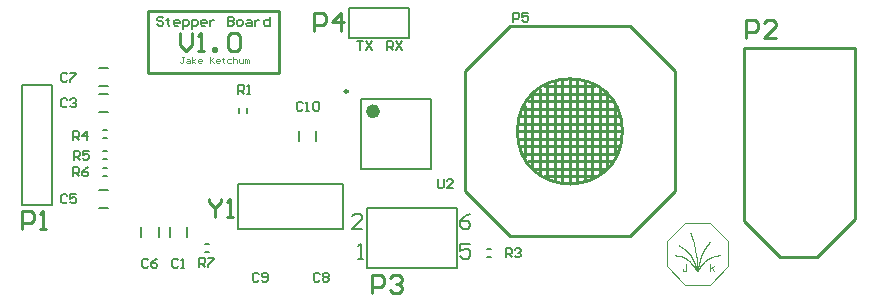
<source format=gto>
G04 Layer_Color=65535*
%FSLAX25Y25*%
%MOIN*%
G70*
G01*
G75*
%ADD17C,0.01000*%
%ADD34C,0.00394*%
%ADD35C,0.02362*%
%ADD36C,0.00984*%
%ADD37C,0.00787*%
%ADD38C,0.00500*%
%ADD39C,0.00330*%
%ADD40C,0.00800*%
D17*
X497500Y178123D02*
G03*
X497500Y178123I-17500J0D01*
G01*
X339400Y197500D02*
X383000D01*
X339400D02*
Y218100D01*
X383200D01*
Y197500D02*
Y218100D01*
X538000Y148300D02*
X550000Y136300D01*
X562500D01*
X575000Y148800D01*
Y205800D01*
X538000D02*
X575000D01*
X538000Y148300D02*
Y205800D01*
X468000Y190623D02*
X492000D01*
X492500Y190123D01*
Y166123D02*
Y190123D01*
X464500Y170623D02*
X495000D01*
Y187123D01*
X471500Y163123D02*
X488500D01*
X468000Y165623D02*
X492000D01*
X466000Y168123D02*
X494000D01*
X463500Y173123D02*
X496500D01*
X463000Y175623D02*
X497000D01*
X471500Y193123D02*
X488500D01*
X466000Y188123D02*
X494000D01*
X464500Y185623D02*
X495500D01*
X463500Y183123D02*
X496500D01*
X463000Y180623D02*
X497000D01*
X462500Y178123D02*
X497500D01*
X465000Y169623D02*
Y186623D01*
X467500Y166123D02*
Y190123D01*
X470000Y164123D02*
Y192123D01*
X472500Y162623D02*
Y193623D01*
X475000Y161623D02*
Y194623D01*
X477500Y161123D02*
Y195123D01*
X490000Y164123D02*
Y192123D01*
X487500Y162623D02*
Y193623D01*
X485000Y161623D02*
Y194623D01*
X482500Y161123D02*
Y195123D01*
X480000Y160623D02*
Y195623D01*
X445000Y158123D02*
Y198123D01*
Y158123D02*
X460000Y143123D01*
X500000D01*
X445000Y198123D02*
X460000Y213123D01*
X500000D01*
X515000Y158123D02*
Y198123D01*
X500000Y213123D02*
X515000Y198123D01*
X500000Y143123D02*
X515000Y158123D01*
X538550Y209250D02*
Y215248D01*
X541549D01*
X542549Y214248D01*
Y212249D01*
X541549Y211249D01*
X538550D01*
X548547Y209250D02*
X544548D01*
X548547Y213249D01*
Y214248D01*
X547547Y215248D01*
X545548D01*
X544548Y214248D01*
X297500Y145623D02*
Y151621D01*
X300499D01*
X301499Y150621D01*
Y148622D01*
X300499Y147623D01*
X297500D01*
X303498Y145623D02*
X305497D01*
X304498D01*
Y151621D01*
X303498Y150621D01*
X414000Y124123D02*
Y130121D01*
X416999D01*
X417999Y129121D01*
Y127122D01*
X416999Y126122D01*
X414000D01*
X419998Y129121D02*
X420998Y130121D01*
X422997D01*
X423997Y129121D01*
Y128122D01*
X422997Y127122D01*
X421997D01*
X422997D01*
X423997Y126122D01*
Y125123D01*
X422997Y124123D01*
X420998D01*
X419998Y125123D01*
X394700Y211400D02*
Y217398D01*
X397699D01*
X398699Y216398D01*
Y214399D01*
X397699Y213399D01*
X394700D01*
X403697Y211400D02*
Y217398D01*
X400698Y214399D01*
X404697D01*
X359700Y155698D02*
Y154698D01*
X361699Y152699D01*
X363699Y154698D01*
Y155698D01*
X361699Y152699D02*
Y149700D01*
X365698D02*
X367697D01*
X366698D01*
Y155698D01*
X365698Y154698D01*
X350000Y210798D02*
Y206799D01*
X351999Y204800D01*
X353999Y206799D01*
Y210798D01*
X355998Y204800D02*
X357997D01*
X356998D01*
Y210798D01*
X355998Y209798D01*
X360996Y204800D02*
Y205800D01*
X361996D01*
Y204800D01*
X360996D01*
X365995Y209798D02*
X366995Y210798D01*
X368994D01*
X369993Y209798D01*
Y205800D01*
X368994Y204800D01*
X366995D01*
X365995Y205800D01*
Y209798D01*
D34*
X522325Y136079D02*
G03*
X521654Y139874I-22889J-2091D01*
G01*
D02*
G03*
X521531Y140320I-21922J-5812D01*
G01*
X512223Y133065D02*
X518232Y127056D01*
X526731D01*
X532741Y133065D01*
Y141565D01*
X526731Y147574D02*
X532741Y141565D01*
X518232Y147574D02*
X526731D01*
X512223Y141565D02*
X518232Y147574D01*
X512223Y133065D02*
Y141565D01*
X518811Y134012D02*
X518811Y134012D01*
X518811Y134012D02*
X518811Y132170D01*
X518810Y132110D02*
X518811Y132170D01*
X518803Y132052D02*
X518810Y132110D01*
X518792Y131995D02*
X518803Y132052D01*
X518774Y131939D02*
X518792Y131995D01*
X518752Y131885D02*
X518774Y131939D01*
X518726Y131835D02*
X518752Y131885D01*
X518694Y131788D02*
X518726Y131835D01*
X518659Y131744D02*
X518694Y131788D01*
X518620Y131703D02*
X518659Y131744D01*
X518576Y131667D02*
X518620Y131703D01*
X518530Y131634D02*
X518576Y131667D01*
X518479Y131606D02*
X518530Y131634D01*
X518427Y131582D02*
X518479Y131606D01*
X518372Y131563D02*
X518427Y131582D01*
X518315Y131550D02*
X518372Y131563D01*
X518255Y131542D02*
X518315Y131550D01*
X518195Y131539D02*
X518255Y131542D01*
X518137Y131543D02*
X518195Y131539D01*
X518080Y131552D02*
X518137Y131543D01*
X518024Y131568D02*
X518080Y131552D01*
X517970Y131588D02*
X518024Y131568D01*
X517919Y131613D02*
X517970Y131588D01*
X517871Y131642D02*
X517919Y131613D01*
X517826Y131675D02*
X517871Y131642D01*
X517783Y131712D02*
X517826Y131675D01*
X517745Y131754D02*
X517783Y131712D01*
X517710Y131799D02*
X517745Y131754D01*
X517679Y131847D02*
X517710Y131799D01*
X517652Y131899D02*
X517679Y131847D01*
X517632Y131954D02*
X517652Y131899D01*
X517616Y132011D02*
X517632Y131954D01*
X517607Y132070D02*
X517616Y132011D01*
X526788Y134009D02*
X526788Y131515D01*
X526788Y132191D02*
X527882Y133281D01*
X514869Y136762D02*
X514888Y136761D01*
X514898Y136760D01*
X514908Y136759D01*
X514918Y136758D01*
X514928Y136758D01*
X514938Y136757D01*
X514947Y136756D01*
X514957Y136755D01*
X514967Y136754D01*
X514977Y136754D01*
X514987Y136753D01*
X514996Y136752D01*
X515006Y136751D01*
X515016Y136750D01*
X515026Y136750D01*
X515036Y136749D01*
X515045Y136748D01*
X515055Y136747D01*
X515065Y136746D01*
X515075Y136746D01*
X515085Y136745D01*
X515095Y136744D01*
X515104Y136743D01*
X515114Y136742D01*
X515124Y136741D01*
X515134Y136741D01*
X515144Y136740D01*
X515153Y136739D01*
X515163Y136738D01*
X515173Y136737D01*
X515183Y136737D01*
X515193Y136736D01*
X515202Y136735D01*
X515212Y136734D01*
X515222Y136733D01*
X515232Y136732D01*
X515242Y136732D01*
X515251Y136731D01*
X515261Y136730D01*
X515271Y136729D01*
X515281Y136728D01*
X515290Y136727D01*
X515300Y136726D01*
X515310Y136725D01*
X515320Y136725D01*
X515330Y136724D01*
X515340Y136723D01*
X515349Y136722D01*
X515359Y136721D01*
X515369Y136720D01*
X515379Y136720D01*
X515388Y136719D01*
X515398Y136718D01*
X515408Y136717D01*
X515418Y136716D01*
X515427Y136715D01*
X515437Y136714D01*
X515447Y136713D01*
X515457Y136712D01*
X515467Y136711D01*
X515476Y136711D01*
X515486Y136710D01*
X515496Y136709D01*
X515506Y136708D01*
X515515Y136707D01*
X515525Y136706D01*
X515535Y136705D01*
X515545Y136704D01*
X515555Y136703D01*
X515564Y136702D01*
X515574Y136701D01*
X515584Y136700D01*
X515593Y136699D01*
X515603Y136698D01*
X515613Y136697D01*
X515623Y136696D01*
X515632Y136695D01*
X515642Y136694D01*
X515652Y136693D01*
X515662Y136692D01*
X515671Y136691D01*
X515681Y136690D01*
X515691Y136689D01*
X515701Y136688D01*
X515710Y136687D01*
X515720Y136686D01*
X515730Y136685D01*
X515740Y136684D01*
X515749Y136683D01*
X515759Y136682D01*
X515769Y136681D01*
X515778Y136680D01*
X515788Y136679D01*
X515798Y136678D01*
X515808Y136677D01*
X515817Y136676D01*
X515827Y136675D01*
X515837Y136674D01*
X515846Y136673D01*
X515856Y136671D01*
X515866Y136670D01*
X515875Y136669D01*
X515885Y136668D01*
X515895Y136667D01*
X515905Y136666D01*
X515924Y136664D01*
X515943Y136661D01*
X515963Y136659D01*
X515982Y136657D01*
X516001Y136654D01*
X516021Y136652D01*
X516040Y136649D01*
X516059Y136647D01*
X516078Y136644D01*
X516098Y136642D01*
X516117Y136639D01*
X516136Y136637D01*
X516155Y136634D01*
X516175Y136631D01*
X516194Y136629D01*
X516213Y136626D01*
X516232Y136623D01*
X516251Y136620D01*
X516271Y136618D01*
X516290Y136615D01*
X516309Y136612D01*
X516328Y136609D01*
X516347Y136606D01*
X516366Y136603D01*
X516385Y136600D01*
X516404Y136597D01*
X516423Y136594D01*
X516442Y136591D01*
X516461Y136588D01*
X516480Y136584D01*
X516499Y136581D01*
X516518Y136578D01*
X516537Y136574D01*
X516556Y136571D01*
X516575Y136568D01*
X516594Y136564D01*
X516613Y136561D01*
X516632Y136557D01*
X516651Y136554D01*
X516670Y136550D01*
X516688Y136546D01*
X516707Y136542D01*
X516726Y136539D01*
X516745Y136535D01*
X516763Y136531D01*
X516782Y136527D01*
X516801Y136523D01*
X516820Y136519D01*
X516838Y136515D01*
X516857Y136511D01*
X516876Y136507D01*
X516894Y136503D01*
X516913Y136498D01*
X516931Y136494D01*
X516950Y136490D01*
X516969Y136485D01*
X516987Y136481D01*
X517006Y136476D01*
X517024Y136472D01*
X517043Y136467D01*
X517070Y136460D01*
X517098Y136453D01*
X517126Y136446D01*
X517153Y136438D01*
X517180Y136431D01*
X517208Y136423D01*
X517235Y136415D01*
X517263Y136407D01*
X517290Y136399D01*
X517317Y136391D01*
X517344Y136383D01*
X517371Y136374D01*
X517398Y136366D01*
X517425Y136357D01*
X517452Y136348D01*
X517479Y136339D01*
X517506Y136330D01*
X517533Y136321D01*
X517560Y136311D01*
X517586Y136302D01*
X517613Y136292D01*
X517639Y136282D01*
X517666Y136272D01*
X517692Y136261D01*
X517727Y136248D01*
X517762Y136233D01*
X517797Y136219D01*
X517858Y136193D01*
X517893Y136178D01*
X517927Y136162D01*
X517962Y136146D01*
X517996Y136130D01*
X518030Y136114D01*
X518064Y136097D01*
X518098Y136080D01*
X518132Y136063D01*
X518165Y136045D01*
X518199Y136027D01*
X518233Y136009D01*
X518266Y135991D01*
X518299Y135972D01*
X518332Y135953D01*
X518365Y135934D01*
X518398Y135915D01*
X518431Y135896D01*
X518464Y135876D01*
X518496Y135856D01*
X518529Y135835D01*
X518561Y135815D01*
X518594Y135794D01*
X518626Y135773D01*
X518658Y135752D01*
X518690Y135731D01*
X518714Y135714D01*
X518737Y135698D01*
X518761Y135682D01*
X518785Y135665D01*
X518809Y135649D01*
X518832Y135632D01*
X518856Y135615D01*
X518879Y135598D01*
X518902Y135581D01*
X518926Y135563D01*
X518949Y135546D01*
X518972Y135529D01*
X518996Y135511D01*
X519019Y135493D01*
X519042Y135476D01*
X519065Y135458D01*
X519088Y135440D01*
X519110Y135422D01*
X519133Y135404D01*
X519156Y135385D01*
X519179Y135367D01*
X519201Y135348D01*
X519224Y135330D01*
X519246Y135311D01*
X519269Y135293D01*
X519291Y135274D01*
X519314Y135255D01*
X519336Y135236D01*
X519358Y135217D01*
X519381Y135198D01*
X519403Y135178D01*
X519425Y135159D01*
X519447Y135140D01*
X519469Y135120D01*
X519490Y135101D01*
X519512Y135081D01*
X519534Y135061D01*
X519556Y135041D01*
X519577Y135022D01*
X519599Y135002D01*
X519621Y134982D01*
X519642Y134961D01*
X519663Y134941D01*
X519685Y134921D01*
X519706Y134901D01*
X519728Y134880D01*
X519749Y134860D01*
X519770Y134840D01*
X519791Y134819D01*
X519812Y134799D01*
X519833Y134778D01*
X519854Y134757D01*
X519875Y134736D01*
X519896Y134716D01*
X519916Y134695D01*
X519937Y134674D01*
X519958Y134653D01*
X519978Y134632D01*
X519999Y134611D01*
X520019Y134590D01*
X520040Y134568D01*
X520060Y134547D01*
X520080Y134526D01*
X520101Y134505D01*
X520121Y134483D01*
X520141Y134462D01*
X520161Y134441D01*
X520181Y134419D01*
X520201Y134398D01*
X520221Y134376D01*
X520241Y134355D01*
X520261Y134333D01*
X520287Y134304D01*
X520320Y134268D01*
X520353Y134232D01*
X520385Y134196D01*
X520418Y134159D01*
X520450Y134123D01*
X520476Y134094D01*
X520501Y134065D01*
X520527Y134035D01*
X520552Y134006D01*
X520578Y133977D01*
X520603Y133947D01*
X520628Y133918D01*
X520653Y133888D01*
X520678Y133859D01*
X520703Y133829D01*
X520728Y133799D01*
X520753Y133770D01*
X520778Y133740D01*
X520802Y133710D01*
X520827Y133680D01*
X520852Y133651D01*
X520870Y133628D01*
X520888Y133606D01*
X520906Y133583D01*
X520925Y133561D01*
X520943Y133538D01*
X520961Y133516D01*
X520979Y133493D01*
X520997Y133471D01*
X521015Y133448D01*
X521033Y133426D01*
X521051Y133403D01*
X521069Y133380D01*
X521087Y133358D01*
X521105Y133335D01*
X521123Y133312D01*
X521140Y133290D01*
X521158Y133267D01*
X521176Y133244D01*
X521194Y133221D01*
X521211Y133199D01*
X521229Y133176D01*
X521246Y133153D01*
X521264Y133130D01*
X521281Y133107D01*
X521299Y133084D01*
X521316Y133062D01*
X521334Y133039D01*
X521346Y133023D01*
X521357Y133008D01*
X521369Y132993D01*
X521380Y132977D01*
X521392Y132962D01*
X521404Y132947D01*
X521415Y132932D01*
X521427Y132916D01*
X521438Y132901D01*
X521450Y132886D01*
X521461Y132870D01*
X521473Y132855D01*
X521484Y132840D01*
X521496Y132824D01*
X521507Y132809D01*
X521519Y132793D01*
X521530Y132778D01*
X521541Y132763D01*
X521553Y132747D01*
X521564Y132732D01*
X521576Y132717D01*
X521587Y132701D01*
X521598Y132686D01*
X521610Y132670D01*
X521621Y132655D01*
X521632Y132639D01*
X521644Y132624D01*
X521655Y132608D01*
X521666Y132593D01*
X521678Y132578D01*
X521689Y132562D01*
X521700Y132547D01*
X521712Y132531D01*
X521723Y132516D01*
X521734Y132500D01*
X521745Y132485D01*
X521757Y132469D01*
X521768Y132454D01*
X521779Y132438D01*
X521790Y132423D01*
X521802Y132407D01*
X521813Y132392D01*
X521824Y132377D01*
X521835Y132361D01*
X521846Y132345D01*
X521858Y132330D01*
X521869Y132314D01*
X521874Y132307D01*
X521880Y132299D01*
X521886Y132291D01*
X521891Y132283D01*
X521897Y132276D01*
X521902Y132268D01*
X521908Y132260D01*
X521913Y132252D01*
X521919Y132245D01*
X521925Y132237D01*
X521930Y132229D01*
X521936Y132221D01*
X521941Y132213D01*
X521947Y132206D01*
X521952Y132198D01*
X521958Y132190D01*
X521964Y132182D01*
X521969Y132175D01*
X521975Y132167D01*
X521980Y132159D01*
X521986Y132151D01*
X521991Y132143D01*
X521997Y132136D01*
X522003Y132128D01*
X522008Y132120D01*
X522014Y132112D01*
X522019Y132105D01*
X522025Y132097D01*
X522030Y132089D01*
X522036Y132081D01*
X522041Y132073D01*
X522047Y132066D01*
X522052Y132058D01*
X522058Y132050D01*
X522064Y132042D01*
X522069Y132035D01*
X522075Y132027D01*
X522080Y132019D01*
X522086Y132011D01*
X522091Y132003D01*
X522097Y131996D01*
X522102Y131988D01*
X522108Y131980D01*
X522113Y131972D01*
X522119Y131965D01*
X522124Y131957D01*
X522130Y131949D01*
X522136Y131941D01*
X522141Y131933D01*
X522147Y131925D01*
X522152Y131918D01*
X522158Y131910D01*
X522163Y131902D01*
X522169Y131894D01*
X522174Y131886D01*
X522180Y131879D01*
X522185Y131871D01*
X522191Y131863D01*
X522196Y131855D01*
X522202Y131848D01*
X522207Y131840D01*
X522213Y131832D01*
X522219Y131824D01*
X522224Y131816D01*
X522229Y131809D01*
X522235Y131801D01*
X522240Y131793D01*
X522246Y131785D01*
X522252Y131777D01*
X522257Y131770D01*
X522263Y131762D01*
X522268Y131754D01*
X522274Y131746D01*
X522279Y131738D01*
X522285Y131731D01*
X522290Y131723D01*
X522296Y131715D01*
X522301Y131707D01*
X522307Y131699D01*
X522312Y131692D01*
X522318Y131684D01*
X522323Y131676D01*
X522329Y131668D01*
X522334Y131660D01*
X522340Y131652D01*
X522345Y131645D01*
X522351Y131637D01*
X522356Y131629D01*
X522362Y131621D01*
X522367Y131614D01*
X522373Y131606D01*
X522378Y131598D01*
X522384Y131590D01*
X522389Y131582D01*
X522395Y131574D01*
X522400Y131567D01*
X522406Y131559D01*
X522411Y131551D01*
X522417Y131543D01*
X516230Y140124D02*
X516249Y140112D01*
X516258Y140106D01*
X516268Y140101D01*
X516277Y140095D01*
X516286Y140089D01*
X516296Y140083D01*
X516305Y140077D01*
X516315Y140072D01*
X516324Y140066D01*
X516333Y140060D01*
X516342Y140054D01*
X516352Y140048D01*
X516361Y140042D01*
X516371Y140037D01*
X516380Y140031D01*
X516389Y140025D01*
X516399Y140019D01*
X516408Y140014D01*
X516417Y140008D01*
X516427Y140002D01*
X516436Y139996D01*
X516445Y139990D01*
X516455Y139984D01*
X516464Y139979D01*
X516474Y139973D01*
X516483Y139967D01*
X516492Y139961D01*
X516502Y139955D01*
X516511Y139950D01*
X516520Y139944D01*
X516530Y139938D01*
X516539Y139932D01*
X516548Y139926D01*
X516558Y139920D01*
X516567Y139915D01*
X516576Y139909D01*
X516586Y139903D01*
X516595Y139897D01*
X516605Y139891D01*
X516614Y139885D01*
X516623Y139880D01*
X516633Y139874D01*
X516642Y139868D01*
X516651Y139862D01*
X516660Y139856D01*
X516670Y139850D01*
X516679Y139845D01*
X516688Y139839D01*
X516698Y139833D01*
X516707Y139827D01*
X516716Y139821D01*
X516726Y139815D01*
X516735Y139810D01*
X516744Y139804D01*
X516754Y139798D01*
X516763Y139792D01*
X516772Y139786D01*
X516782Y139780D01*
X516791Y139774D01*
X516800Y139769D01*
X516810Y139763D01*
X516819Y139757D01*
X516828Y139751D01*
X516838Y139745D01*
X516847Y139739D01*
X516856Y139733D01*
X516865Y139727D01*
X516875Y139722D01*
X516884Y139716D01*
X516893Y139710D01*
X516903Y139704D01*
X516912Y139698D01*
X516921Y139692D01*
X516930Y139686D01*
X516940Y139680D01*
X516949Y139674D01*
X516958Y139669D01*
X516968Y139663D01*
X516977Y139657D01*
X516986Y139651D01*
X516995Y139645D01*
X517005Y139639D01*
X517014Y139633D01*
X517023Y139627D01*
X517032Y139621D01*
X517042Y139615D01*
X517051Y139609D01*
X517060Y139603D01*
X517069Y139597D01*
X517079Y139592D01*
X517088Y139586D01*
X517097Y139580D01*
X517106Y139574D01*
X517116Y139568D01*
X517125Y139562D01*
X517134Y139556D01*
X517143Y139550D01*
X517153Y139544D01*
X517162Y139538D01*
X517171Y139532D01*
X517180Y139526D01*
X517189Y139520D01*
X517208Y139508D01*
X517226Y139496D01*
X517244Y139484D01*
X517263Y139472D01*
X517281Y139460D01*
X517300Y139448D01*
X517318Y139436D01*
X517336Y139424D01*
X517354Y139412D01*
X517373Y139400D01*
X517391Y139388D01*
X517409Y139376D01*
X517427Y139363D01*
X517446Y139351D01*
X517464Y139339D01*
X517482Y139327D01*
X517500Y139315D01*
X517518Y139302D01*
X517536Y139290D01*
X517555Y139278D01*
X517573Y139266D01*
X517591Y139253D01*
X517609Y139241D01*
X517627Y139229D01*
X517645Y139216D01*
X517663Y139204D01*
X517681Y139191D01*
X517699Y139179D01*
X517717Y139167D01*
X517735Y139154D01*
X517753Y139142D01*
X517771Y139129D01*
X517789Y139117D01*
X517806Y139104D01*
X517824Y139092D01*
X517842Y139079D01*
X517860Y139066D01*
X517878Y139054D01*
X517895Y139041D01*
X517913Y139028D01*
X517931Y139016D01*
X517948Y139003D01*
X517966Y138990D01*
X517984Y138977D01*
X518001Y138964D01*
X518019Y138952D01*
X518037Y138939D01*
X518054Y138926D01*
X518072Y138913D01*
X518089Y138900D01*
X518107Y138887D01*
X518124Y138874D01*
X518141Y138861D01*
X518159Y138848D01*
X518176Y138835D01*
X518202Y138815D01*
X518228Y138795D01*
X518254Y138776D01*
X518280Y138756D01*
X518306Y138736D01*
X518331Y138716D01*
X518357Y138696D01*
X518383Y138676D01*
X518408Y138655D01*
X518433Y138635D01*
X518459Y138615D01*
X518484Y138594D01*
X518509Y138574D01*
X518535Y138553D01*
X518560Y138533D01*
X518585Y138512D01*
X518610Y138491D01*
X518635Y138470D01*
X518659Y138449D01*
X518684Y138428D01*
X518709Y138407D01*
X518733Y138386D01*
X518758Y138365D01*
X518782Y138343D01*
X518807Y138322D01*
X518831Y138300D01*
X518855Y138279D01*
X518879Y138257D01*
X518903Y138235D01*
X518927Y138213D01*
X518959Y138184D01*
X518991Y138154D01*
X519022Y138125D01*
X519054Y138095D01*
X519085Y138065D01*
X519116Y138035D01*
X519147Y138005D01*
X519177Y137974D01*
X519208Y137943D01*
X519261Y137889D01*
X519306Y137843D01*
X519351Y137795D01*
X519395Y137748D01*
X519439Y137700D01*
X519483Y137652D01*
X519526Y137603D01*
X519569Y137554D01*
X519612Y137505D01*
X519654Y137455D01*
X519696Y137405D01*
X519737Y137354D01*
X519779Y137304D01*
X519819Y137252D01*
X519860Y137201D01*
X519900Y137149D01*
X519940Y137097D01*
X519979Y137045D01*
X520018Y136992D01*
X520057Y136940D01*
X520095Y136886D01*
X520133Y136833D01*
X520171Y136779D01*
X520209Y136725D01*
X520246Y136671D01*
X520282Y136616D01*
X520319Y136561D01*
X520355Y136506D01*
X520390Y136451D01*
X520426Y136396D01*
X520461Y136340D01*
X520496Y136284D01*
X520530Y136228D01*
X520564Y136171D01*
X520598Y136115D01*
X520631Y136058D01*
X520665Y136001D01*
X520697Y135943D01*
X520730Y135886D01*
X520762Y135828D01*
X520794Y135771D01*
X520826Y135713D01*
X520857Y135655D01*
X520888Y135597D01*
X520919Y135538D01*
X520949Y135479D01*
X520979Y135421D01*
X521009Y135362D01*
X521038Y135303D01*
X521067Y135244D01*
X521096Y135185D01*
X521125Y135126D01*
X521153Y135066D01*
X521181Y135007D01*
X521200Y134967D01*
X521218Y134927D01*
X521236Y134887D01*
X521255Y134847D01*
X521273Y134808D01*
X521290Y134768D01*
X521308Y134728D01*
X521326Y134688D01*
X521344Y134648D01*
X521361Y134608D01*
X521378Y134567D01*
X521395Y134527D01*
X521413Y134487D01*
X521425Y134457D01*
X521438Y134427D01*
X521451Y134397D01*
X521463Y134366D01*
X521476Y134336D01*
X521488Y134306D01*
X521500Y134276D01*
X521513Y134245D01*
X521525Y134215D01*
X521537Y134185D01*
X521550Y134154D01*
X521562Y134124D01*
X521574Y134093D01*
X521586Y134063D01*
X521598Y134033D01*
X521610Y134002D01*
X521622Y133972D01*
X521633Y133941D01*
X521645Y133911D01*
X521657Y133880D01*
X521668Y133850D01*
X521680Y133819D01*
X521692Y133789D01*
X521703Y133758D01*
X521715Y133728D01*
X521726Y133697D01*
X521737Y133666D01*
X521749Y133636D01*
X521760Y133605D01*
X521768Y133585D01*
X521775Y133564D01*
X521783Y133544D01*
X521790Y133523D01*
X521798Y133503D01*
X521805Y133482D01*
X521812Y133462D01*
X521820Y133441D01*
X521827Y133421D01*
X521835Y133400D01*
X521842Y133380D01*
X521849Y133359D01*
X521856Y133339D01*
X521864Y133318D01*
X521871Y133298D01*
X521878Y133277D01*
X521885Y133257D01*
X521893Y133236D01*
X521900Y133216D01*
X521907Y133195D01*
X521914Y133175D01*
X521921Y133154D01*
X521929Y133134D01*
X521936Y133113D01*
X521943Y133092D01*
X521950Y133072D01*
X521957Y133051D01*
X521964Y133031D01*
X521971Y133010D01*
X521978Y132990D01*
X521985Y132969D01*
X521992Y132948D01*
X521999Y132928D01*
X522006Y132907D01*
X522013Y132887D01*
X522020Y132866D01*
X522027Y132845D01*
X522034Y132825D01*
X522041Y132804D01*
X522048Y132783D01*
X522055Y132763D01*
X522062Y132742D01*
X522069Y132721D01*
X522076Y132701D01*
X522083Y132680D01*
X522089Y132659D01*
X522096Y132639D01*
X522103Y132618D01*
X522110Y132598D01*
X522113Y132587D01*
X522117Y132577D01*
X522120Y132567D01*
X522124Y132556D01*
X522127Y132546D01*
X522130Y132536D01*
X522134Y132525D01*
X522137Y132515D01*
X522141Y132505D01*
X522144Y132494D01*
X522148Y132484D01*
X522151Y132474D01*
X522154Y132463D01*
X522158Y132453D01*
X522161Y132442D01*
X522164Y132432D01*
X522168Y132422D01*
X522171Y132412D01*
X522175Y132401D01*
X522178Y132391D01*
X522181Y132380D01*
X522185Y132370D01*
X522188Y132360D01*
X522191Y132349D01*
X522195Y132339D01*
X522198Y132329D01*
X522201Y132318D01*
X522205Y132308D01*
X522208Y132298D01*
X522212Y132287D01*
X522215Y132277D01*
X522218Y132267D01*
X522222Y132256D01*
X522225Y132246D01*
X522228Y132236D01*
X522232Y132225D01*
X522235Y132215D01*
X522238Y132204D01*
X522242Y132194D01*
X522245Y132184D01*
X522248Y132173D01*
X522252Y132163D01*
X522255Y132153D01*
X522258Y132142D01*
X522262Y132132D01*
X522265Y132122D01*
X522268Y132111D01*
X522272Y132101D01*
X522275Y132091D01*
X522278Y132080D01*
X522282Y132070D01*
X522285Y132060D01*
X522288Y132049D01*
X522292Y132039D01*
X522295Y132028D01*
X522298Y132018D01*
X522302Y132008D01*
X522305Y131997D01*
X522308Y131987D01*
X522312Y131977D01*
X522315Y131966D01*
X522318Y131956D01*
X522322Y131946D01*
X522325Y131935D01*
X522328Y131925D01*
X522331Y131914D01*
X522335Y131904D01*
X522338Y131894D01*
X522341Y131883D01*
X522345Y131873D01*
X522348Y131863D01*
X522351Y131852D01*
X522355Y131842D01*
X522358Y131831D01*
X522361Y131821D01*
X522365Y131811D01*
X522368Y131800D01*
X522371Y131790D01*
X522374Y131780D01*
X522378Y131769D01*
X522381Y131759D01*
X522384Y131748D01*
X522388Y131738D01*
X522391Y131728D01*
X522394Y131717D01*
X522398Y131707D01*
X522401Y131697D01*
X522404Y131686D01*
X522407Y131676D01*
X522411Y131666D01*
X522414Y131655D01*
X522417Y131645D01*
X522421Y131634D01*
X522424Y131624D01*
X522427Y131614D01*
X522431Y131603D01*
X522434Y131593D01*
X522437Y131583D01*
X522440Y131572D01*
X522441Y131598D01*
X522441Y131611D01*
X522441Y131624D01*
X522441Y131637D01*
X522441Y131649D01*
X522441Y131662D01*
X522441Y131675D01*
X522441Y131688D01*
X522441Y131701D01*
X522441Y131714D01*
X522442Y131727D01*
X522442Y131739D01*
X522442Y131752D01*
X522442Y131765D01*
X522442Y131778D01*
X522442Y131791D01*
X522442Y131804D01*
X522442Y131817D01*
X522442Y131829D01*
X522442Y131842D01*
X522442Y131855D01*
X522443Y131868D01*
X522443Y131881D01*
X522443Y131894D01*
X522443Y131907D01*
X522443Y131920D01*
X522443Y131932D01*
X522443Y131945D01*
X522443Y131958D01*
X522443Y131971D01*
X522443Y131984D01*
X522443Y131997D01*
X522443Y132009D01*
X522443Y132022D01*
X522444Y132035D01*
X522444Y132048D01*
X522444Y132061D01*
X522444Y132074D01*
X522444Y132087D01*
X522444Y132099D01*
X522444Y132112D01*
X522444Y132125D01*
X522444Y132138D01*
X522444Y132151D01*
X522444Y132164D01*
X522444Y132177D01*
X522444Y132190D01*
X522445Y132202D01*
X522445Y132215D01*
X522445Y132228D01*
X522445Y132241D01*
X522445Y132254D01*
X522445Y132267D01*
X522445Y132280D01*
X522445Y132292D01*
X522445Y132305D01*
X522445Y132318D01*
X522445Y132331D01*
X522445Y132344D01*
X522445Y132357D01*
X522445Y132370D01*
X522445Y132382D01*
X522445Y132395D01*
X522445Y132408D01*
X522446Y132421D01*
X522446Y132434D01*
X522446Y132447D01*
X522446Y132460D01*
X522446Y132473D01*
X522446Y132485D01*
X522446Y132498D01*
X522446Y132511D01*
X522446Y132524D01*
X522446Y132537D01*
X522446Y132550D01*
X522446Y132562D01*
X522446Y132575D01*
X522446Y132588D01*
X522446Y132601D01*
X522446Y132614D01*
X522446Y132627D01*
X522446Y132640D01*
X522446Y132652D01*
X522446Y132665D01*
X522446Y132678D01*
X522446Y132691D01*
X522446Y132704D01*
X522446Y132717D01*
X522446Y132730D01*
X522446Y132743D01*
X522446Y132755D01*
Y132768D01*
Y132781D01*
Y132794D01*
Y132807D01*
Y132820D01*
X522446Y132832D02*
X522446Y132820D01*
X522446Y132832D02*
Y132845D01*
X522446Y132858D02*
X522446Y132845D01*
X522446Y132871D02*
X522446Y132858D01*
X522446Y132897D02*
X522446Y132871D01*
X522446Y132922D02*
X522446Y132897D01*
X522446Y132948D02*
X522446Y132922D01*
X522446Y132974D02*
X522446Y132948D01*
X522446Y133000D02*
X522446Y132974D01*
X522446Y133025D02*
X522446Y133000D01*
X522446Y133051D02*
X522446Y133025D01*
X522446Y133077D02*
X522446Y133051D01*
X522446Y133102D02*
X522446Y133077D01*
X522446Y133128D02*
X522446Y133102D01*
X522445Y133154D02*
X522446Y133128D01*
X522445Y133179D02*
X522445Y133154D01*
X522445Y133205D02*
X522445Y133179D01*
X522445Y133231D02*
X522445Y133205D01*
X522445Y133257D02*
X522445Y133231D01*
X522445Y133282D02*
X522445Y133257D01*
X522444Y133308D02*
X522445Y133282D01*
X522444Y133334D02*
X522444Y133308D01*
X522444Y133359D02*
X522444Y133334D01*
X522444Y133385D02*
X522444Y133359D01*
X522444Y133411D02*
X522444Y133385D01*
X522443Y133437D02*
X522444Y133411D01*
X522443Y133462D02*
X522443Y133437D01*
X522443Y133488D02*
X522443Y133462D01*
X522443Y133514D02*
X522443Y133488D01*
X522442Y133539D02*
X522443Y133514D01*
X522442Y133565D02*
X522442Y133539D01*
X522442Y133591D02*
X522442Y133565D01*
X522441Y133616D02*
X522442Y133591D01*
X522441Y133642D02*
X522441Y133616D01*
X522441Y133668D02*
X522441Y133642D01*
X522440Y133694D02*
X522441Y133668D01*
X522440Y133719D02*
X522440Y133694D01*
X522440Y133745D02*
X522440Y133719D01*
X522439Y133771D02*
X522440Y133745D01*
X522439Y133796D02*
X522439Y133771D01*
X522438Y133822D02*
X522439Y133796D01*
X522438Y133848D02*
X522438Y133822D01*
X522437Y133873D02*
X522438Y133848D01*
X522437Y133899D02*
X522437Y133873D01*
X522436Y133925D02*
X522437Y133899D01*
X522436Y133950D02*
X522436Y133925D01*
X522435Y133976D02*
X522436Y133950D01*
X522435Y134002D02*
X522435Y133976D01*
X522434Y134027D02*
X522435Y134002D01*
X522434Y134053D02*
X522434Y134027D01*
X522433Y134079D02*
X522434Y134053D01*
X522433Y134105D02*
X522433Y134079D01*
X522432Y134130D02*
X522433Y134105D01*
X522431Y134156D02*
X522432Y134130D01*
X522431Y134181D02*
X522431Y134156D01*
X522430Y134220D02*
X522431Y134181D01*
X522429Y134258D02*
X522430Y134220D01*
X522428Y134297D02*
X522429Y134258D01*
X522426Y134335D02*
X522428Y134297D01*
X522425Y134374D02*
X522426Y134335D01*
X522424Y134413D02*
X522425Y134374D01*
X522423Y134451D02*
X522424Y134413D01*
X522422Y134490D02*
X522423Y134451D01*
X522420Y134528D02*
X522422Y134490D01*
X522419Y134566D02*
X522420Y134528D01*
X522417Y134605D02*
X522419Y134566D01*
X522416Y134643D02*
X522417Y134605D01*
X522414Y134682D02*
X522416Y134643D01*
X522413Y134721D02*
X522414Y134682D01*
X522411Y134759D02*
X522413Y134721D01*
X522410Y134798D02*
X522411Y134759D01*
X522408Y134836D02*
X522410Y134798D01*
X522406Y134874D02*
X522408Y134836D01*
X522404Y134913D02*
X522406Y134874D01*
X522403Y134951D02*
X522404Y134913D01*
X522401Y134990D02*
X522403Y134951D01*
X522399Y135028D02*
X522401Y134990D01*
X522397Y135067D02*
X522399Y135028D01*
X522395Y135105D02*
X522397Y135067D01*
X522393Y135144D02*
X522395Y135105D01*
X522391Y135182D02*
X522393Y135144D01*
X522389Y135221D02*
X522391Y135182D01*
X522386Y135259D02*
X522389Y135221D01*
X522384Y135298D02*
X522386Y135259D01*
X522382Y135336D02*
X522384Y135298D01*
X522379Y135374D02*
X522382Y135336D01*
X522377Y135413D02*
X522379Y135374D01*
X522373Y135464D02*
X522377Y135413D01*
X522370Y135515D02*
X522373Y135464D01*
X522367Y135566D02*
X522370Y135515D01*
X522363Y135618D02*
X522367Y135566D01*
X522359Y135669D02*
X522363Y135618D01*
X522355Y135720D02*
X522359Y135669D01*
X522351Y135771D02*
X522355Y135720D01*
X522347Y135823D02*
X522351Y135771D01*
X522343Y135874D02*
X522347Y135823D01*
X522339Y135925D02*
X522343Y135874D01*
X522334Y135976D02*
X522339Y135925D01*
X522330Y136027D02*
X522334Y135976D01*
X522325Y136079D02*
X522330Y136027D01*
X521517Y140369D02*
X521531Y140320D01*
X521503Y140418D02*
X521517Y140369D01*
X521488Y140468D02*
X521503Y140418D01*
X521474Y140517D02*
X521488Y140468D01*
X521459Y140566D02*
X521474Y140517D01*
X521448Y140603D02*
X521459Y140566D01*
X521437Y140640D02*
X521448Y140603D01*
X521426Y140677D02*
X521437Y140640D01*
X521414Y140714D02*
X521426Y140677D01*
X521403Y140750D02*
X521414Y140714D01*
X521392Y140787D02*
X521403Y140750D01*
X521380Y140824D02*
X521392Y140787D01*
X521369Y140861D02*
X521380Y140824D01*
X521357Y140898D02*
X521369Y140861D01*
X521346Y140934D02*
X521357Y140898D01*
X521334Y140971D02*
X521346Y140934D01*
X521323Y141008D02*
X521334Y140971D01*
X521311Y141044D02*
X521323Y141008D01*
X521299Y141081D02*
X521311Y141044D01*
X521287Y141118D02*
X521299Y141081D01*
X521276Y141154D02*
X521287Y141118D01*
X521264Y141191D02*
X521276Y141154D01*
X521252Y141228D02*
X521264Y141191D01*
X521240Y141264D02*
X521252Y141228D01*
X521228Y141301D02*
X521240Y141264D01*
X521215Y141337D02*
X521228Y141301D01*
X521203Y141374D02*
X521215Y141337D01*
X521191Y141410D02*
X521203Y141374D01*
X521179Y141447D02*
X521191Y141410D01*
X521167Y141483D02*
X521179Y141447D01*
X521154Y141520D02*
X521167Y141483D01*
X521142Y141556D02*
X521154Y141520D01*
X521130Y141593D02*
X521142Y141556D01*
X521117Y141629D02*
X521130Y141593D01*
X521105Y141666D02*
X521117Y141629D01*
X521092Y141702D02*
X521105Y141666D01*
X521084Y141727D02*
X521092Y141702D01*
X521075Y141751D02*
X521084Y141727D01*
X521067Y141775D02*
X521075Y141751D01*
X521059Y141799D02*
X521067Y141775D01*
X521050Y141824D02*
X521059Y141799D01*
X521042Y141848D02*
X521050Y141824D01*
X521033Y141872D02*
X521042Y141848D01*
X521025Y141896D02*
X521033Y141872D01*
X521016Y141921D02*
X521025Y141896D01*
X521008Y141945D02*
X521016Y141921D01*
X520999Y141969D02*
X521008Y141945D01*
X520991Y141993D02*
X520999Y141969D01*
X520982Y142017D02*
X520991Y141993D01*
X520974Y142042D02*
X520982Y142017D01*
X520965Y142066D02*
X520974Y142042D01*
X520956Y142090D02*
X520965Y142066D01*
X520948Y142114D02*
X520956Y142090D01*
X520939Y142139D02*
X520948Y142114D01*
X520930Y142163D02*
X520939Y142139D01*
X520922Y142187D02*
X520930Y142163D01*
X520913Y142211D02*
X520922Y142187D01*
X520904Y142235D02*
X520913Y142211D01*
X520896Y142259D02*
X520904Y142235D01*
X520887Y142284D02*
X520896Y142259D01*
X520878Y142308D02*
X520887Y142284D01*
X520870Y142332D02*
X520878Y142308D01*
X520861Y142356D02*
X520870Y142332D01*
X520852Y142380D02*
X520861Y142356D01*
X520843Y142404D02*
X520852Y142380D01*
X520834Y142429D02*
X520843Y142404D01*
X520826Y142453D02*
X520834Y142429D01*
X520817Y142477D02*
X520826Y142453D01*
X520808Y142501D02*
X520817Y142477D01*
X520799Y142525D02*
X520808Y142501D01*
X520790Y142549D02*
X520799Y142525D01*
X520782Y142573D02*
X520790Y142549D01*
X520773Y142597D02*
X520782Y142573D01*
X520764Y142622D02*
X520773Y142597D01*
X520755Y142646D02*
X520764Y142622D01*
X520746Y142670D02*
X520755Y142646D01*
X520737Y142694D02*
X520746Y142670D01*
X520728Y142718D02*
X520737Y142694D01*
X520719Y142742D02*
X520728Y142718D01*
X520710Y142766D02*
X520719Y142742D01*
X520701Y142790D02*
X520710Y142766D01*
X520692Y142814D02*
X520701Y142790D01*
X520683Y142838D02*
X520692Y142814D01*
X520674Y142862D02*
X520683Y142838D01*
X520665Y142886D02*
X520674Y142862D01*
X520656Y142911D02*
X520665Y142886D01*
X520652Y142923D02*
X520656Y142911D01*
X520647Y142935D02*
X520652Y142923D01*
X520643Y142947D02*
X520647Y142935D01*
X520638Y142959D02*
X520643Y142947D01*
X520634Y142971D02*
X520638Y142959D01*
X520629Y142983D02*
X520634Y142971D01*
X520625Y142995D02*
X520629Y142983D01*
X520620Y143007D02*
X520625Y142995D01*
X520616Y143019D02*
X520620Y143007D01*
X520611Y143031D02*
X520616Y143019D01*
X520607Y143043D02*
X520611Y143031D01*
X520602Y143055D02*
X520607Y143043D01*
X520598Y143067D02*
X520602Y143055D01*
X520593Y143079D02*
X520598Y143067D01*
X520588Y143091D02*
X520593Y143079D01*
X520584Y143103D02*
X520588Y143091D01*
X520579Y143115D02*
X520584Y143103D01*
X520575Y143127D02*
X520579Y143115D01*
X520570Y143139D02*
X520575Y143127D01*
X520566Y143151D02*
X520570Y143139D01*
X520561Y143163D02*
X520566Y143151D01*
X520557Y143175D02*
X520561Y143163D01*
X520552Y143187D02*
X520557Y143175D01*
X520547Y143199D02*
X520552Y143187D01*
X520543Y143211D02*
X520547Y143199D01*
X520538Y143223D02*
X520543Y143211D01*
X520534Y143235D02*
X520538Y143223D01*
X520529Y143247D02*
X520534Y143235D01*
X520525Y143259D02*
X520529Y143247D01*
X520520Y143271D02*
X520525Y143259D01*
X520516Y143283D02*
X520520Y143271D01*
X520511Y143295D02*
X520516Y143283D01*
X520506Y143307D02*
X520511Y143295D01*
X520502Y143319D02*
X520506Y143307D01*
X520497Y143332D02*
X520502Y143319D01*
X520493Y143343D02*
X520497Y143332D01*
X520488Y143356D02*
X520493Y143343D01*
X520484Y143368D02*
X520488Y143356D01*
X520479Y143380D02*
X520484Y143368D01*
X520474Y143392D02*
X520479Y143380D01*
X520470Y143404D02*
X520474Y143392D01*
X520465Y143416D02*
X520470Y143404D01*
X520461Y143428D02*
X520465Y143416D01*
X520456Y143440D02*
X520461Y143428D01*
X520452Y143452D02*
X520456Y143440D01*
X520447Y143464D02*
X520452Y143452D01*
X520442Y143476D02*
X520447Y143464D01*
X520438Y143488D02*
X520442Y143476D01*
X520433Y143500D02*
X520438Y143488D01*
X520429Y143512D02*
X520433Y143500D01*
X520424Y143524D02*
X520429Y143512D01*
X520420Y143536D02*
X520424Y143524D01*
X520415Y143548D02*
X520420Y143536D01*
X520410Y143560D02*
X520415Y143548D01*
X520406Y143572D02*
X520410Y143560D01*
X520401Y143584D02*
X520406Y143572D01*
X520397Y143596D02*
X520401Y143584D01*
X520392Y143608D02*
X520397Y143596D01*
X520387Y143620D02*
X520392Y143608D01*
X520383Y143632D02*
X520387Y143620D01*
X520378Y143644D02*
X520383Y143632D01*
X520374Y143656D02*
X520378Y143644D01*
X520369Y143668D02*
X520374Y143656D01*
X520364Y143680D02*
X520369Y143668D01*
X520360Y143692D02*
X520364Y143680D01*
X520355Y143704D02*
X520360Y143692D01*
X520351Y143716D02*
X520355Y143704D01*
X520346Y143728D02*
X520351Y143716D01*
X520341Y143740D02*
X520346Y143728D01*
X520337Y143752D02*
X520341Y143740D01*
X520332Y143764D02*
X520337Y143752D01*
X520328Y143776D02*
X520332Y143764D01*
X520323Y143788D02*
X520328Y143776D01*
X520318Y143800D02*
X520323Y143788D01*
X520314Y143812D02*
X520318Y143800D01*
X520309Y143824D02*
X520314Y143812D01*
X520304Y143836D02*
X520309Y143824D01*
X520300Y143848D02*
X520304Y143836D01*
X520295Y143860D02*
X520300Y143848D01*
X520291Y143872D02*
X520295Y143860D01*
X520286Y143884D02*
X520291Y143872D01*
X520282Y143896D02*
X520286Y143884D01*
X520277Y143908D02*
X520282Y143896D01*
X520272Y143920D02*
X520277Y143908D01*
X520268Y143932D02*
X520272Y143920D01*
X520263Y143944D02*
X520268Y143932D01*
X520258Y143956D02*
X520263Y143944D01*
X520254Y143968D02*
X520258Y143956D01*
X520249Y143980D02*
X520254Y143968D01*
X520245Y143992D02*
X520249Y143980D01*
X520240Y144004D02*
X520245Y143992D01*
X520235Y144016D02*
X520240Y144004D01*
X520231Y144028D02*
X520235Y144016D01*
X520226Y144040D02*
X520231Y144028D01*
X520222Y144052D02*
X520226Y144040D01*
X520217Y144064D02*
X520222Y144052D01*
X520212Y144076D02*
X520217Y144064D01*
X520208Y144088D02*
X520212Y144076D01*
X520203Y144100D02*
X520208Y144088D01*
X520198Y144112D02*
X520203Y144100D01*
X526629Y141206D02*
X526642Y141223D01*
X526623Y141198D02*
X526629Y141206D01*
X526616Y141189D02*
X526623Y141198D01*
X526609Y141181D02*
X526616Y141189D01*
X526603Y141172D02*
X526609Y141181D01*
X526596Y141164D02*
X526603Y141172D01*
X526589Y141156D02*
X526596Y141164D01*
X526583Y141147D02*
X526589Y141156D01*
X526576Y141139D02*
X526583Y141147D01*
X526570Y141130D02*
X526576Y141139D01*
X526563Y141122D02*
X526570Y141130D01*
X526556Y141113D02*
X526563Y141122D01*
X526550Y141105D02*
X526556Y141113D01*
X526543Y141096D02*
X526550Y141105D01*
X526537Y141088D02*
X526543Y141096D01*
X526530Y141079D02*
X526537Y141088D01*
X526523Y141071D02*
X526530Y141079D01*
X526517Y141062D02*
X526523Y141071D01*
X526510Y141054D02*
X526517Y141062D01*
X526504Y141046D02*
X526510Y141054D01*
X526497Y141037D02*
X526504Y141046D01*
X526490Y141029D02*
X526497Y141037D01*
X526484Y141020D02*
X526490Y141029D01*
X526477Y141012D02*
X526484Y141020D01*
X526471Y141003D02*
X526477Y141012D01*
X526464Y140995D02*
X526471Y141003D01*
X526457Y140986D02*
X526464Y140995D01*
X526451Y140978D02*
X526457Y140986D01*
X526444Y140970D02*
X526451Y140978D01*
X526438Y140961D02*
X526444Y140970D01*
X526431Y140953D02*
X526438Y140961D01*
X526424Y140944D02*
X526431Y140953D01*
X526418Y140936D02*
X526424Y140944D01*
X526411Y140927D02*
X526418Y140936D01*
X526404Y140919D02*
X526411Y140927D01*
X526398Y140910D02*
X526404Y140919D01*
X526391Y140902D02*
X526398Y140910D01*
X526385Y140893D02*
X526391Y140902D01*
X526378Y140885D02*
X526385Y140893D01*
X526371Y140876D02*
X526378Y140885D01*
X526365Y140868D02*
X526371Y140876D01*
X526358Y140859D02*
X526365Y140868D01*
X526352Y140851D02*
X526358Y140859D01*
X526345Y140842D02*
X526352Y140851D01*
X526339Y140834D02*
X526345Y140842D01*
X526332Y140826D02*
X526339Y140834D01*
X526325Y140817D02*
X526332Y140826D01*
X526319Y140809D02*
X526325Y140817D01*
X526312Y140800D02*
X526319Y140809D01*
X526306Y140792D02*
X526312Y140800D01*
X526299Y140783D02*
X526306Y140792D01*
X526293Y140775D02*
X526299Y140783D01*
X526286Y140766D02*
X526293Y140775D01*
X526279Y140758D02*
X526286Y140766D01*
X526273Y140749D02*
X526279Y140758D01*
X526266Y140741D02*
X526273Y140749D01*
X526260Y140732D02*
X526266Y140741D01*
X526253Y140724D02*
X526260Y140732D01*
X526247Y140716D02*
X526253Y140724D01*
X526240Y140707D02*
X526247Y140716D01*
X526233Y140699D02*
X526240Y140707D01*
X526227Y140690D02*
X526233Y140699D01*
X526220Y140682D02*
X526227Y140690D01*
X526214Y140673D02*
X526220Y140682D01*
X526207Y140665D02*
X526214Y140673D01*
X526200Y140656D02*
X526207Y140665D01*
X526194Y140648D02*
X526200Y140656D01*
X526187Y140639D02*
X526194Y140648D01*
X526181Y140631D02*
X526187Y140639D01*
X526174Y140622D02*
X526181Y140631D01*
X526168Y140614D02*
X526174Y140622D01*
X526161Y140605D02*
X526168Y140614D01*
X526155Y140597D02*
X526161Y140605D01*
X526148Y140588D02*
X526155Y140597D01*
X526142Y140580D02*
X526148Y140588D01*
X526135Y140571D02*
X526142Y140580D01*
X526128Y140563D02*
X526135Y140571D01*
X526122Y140554D02*
X526128Y140563D01*
X526115Y140546D02*
X526122Y140554D01*
X526109Y140537D02*
X526115Y140546D01*
X526102Y140529D02*
X526109Y140537D01*
X526096Y140520D02*
X526102Y140529D01*
X526089Y140512D02*
X526096Y140520D01*
X526083Y140503D02*
X526089Y140512D01*
X526076Y140495D02*
X526083Y140503D01*
X526070Y140486D02*
X526076Y140495D01*
X526063Y140478D02*
X526070Y140486D01*
X526057Y140469D02*
X526063Y140478D01*
X526050Y140461D02*
X526057Y140469D01*
X526044Y140452D02*
X526050Y140461D01*
X526037Y140444D02*
X526044Y140452D01*
X526031Y140435D02*
X526037Y140444D01*
X526024Y140427D02*
X526031Y140435D01*
X526018Y140418D02*
X526024Y140427D01*
X526011Y140410D02*
X526018Y140418D01*
X526005Y140401D02*
X526011Y140410D01*
X525998Y140392D02*
X526005Y140401D01*
X525992Y140384D02*
X525998Y140392D01*
X525985Y140375D02*
X525992Y140384D01*
X525979Y140367D02*
X525985Y140375D01*
X525972Y140358D02*
X525979Y140367D01*
X525959Y140341D02*
X525972Y140358D01*
X525946Y140324D02*
X525959Y140341D01*
X525933Y140307D02*
X525946Y140324D01*
X525920Y140290D02*
X525933Y140307D01*
X525908Y140273D02*
X525920Y140290D01*
X525895Y140256D02*
X525908Y140273D01*
X525882Y140239D02*
X525895Y140256D01*
X525869Y140222D02*
X525882Y140239D01*
X525856Y140205D02*
X525869Y140222D01*
X525843Y140188D02*
X525856Y140205D01*
X525830Y140171D02*
X525843Y140188D01*
X525817Y140153D02*
X525830Y140171D01*
X525805Y140136D02*
X525817Y140153D01*
X525792Y140119D02*
X525805Y140136D01*
X525779Y140102D02*
X525792Y140119D01*
X525766Y140085D02*
X525779Y140102D01*
X525753Y140068D02*
X525766Y140085D01*
X525741Y140050D02*
X525753Y140068D01*
X525728Y140033D02*
X525741Y140050D01*
X525715Y140016D02*
X525728Y140033D01*
X525702Y139999D02*
X525715Y140016D01*
X525690Y139982D02*
X525702Y139999D01*
X525677Y139964D02*
X525690Y139982D01*
X525665Y139947D02*
X525677Y139964D01*
X525652Y139930D02*
X525665Y139947D01*
X525639Y139913D02*
X525652Y139930D01*
X525627Y139895D02*
X525639Y139913D01*
X525614Y139878D02*
X525627Y139895D01*
X525601Y139861D02*
X525614Y139878D01*
X525589Y139844D02*
X525601Y139861D01*
X525576Y139826D02*
X525589Y139844D01*
X525564Y139809D02*
X525576Y139826D01*
X525551Y139792D02*
X525564Y139809D01*
X525539Y139775D02*
X525551Y139792D01*
X525526Y139757D02*
X525539Y139775D01*
X525514Y139740D02*
X525526Y139757D01*
X525501Y139723D02*
X525514Y139740D01*
X525489Y139705D02*
X525501Y139723D01*
X525476Y139688D02*
X525489Y139705D01*
X525464Y139671D02*
X525476Y139688D01*
X525452Y139653D02*
X525464Y139671D01*
X525439Y139636D02*
X525452Y139653D01*
X525427Y139618D02*
X525439Y139636D01*
X525415Y139601D02*
X525427Y139618D01*
X525402Y139583D02*
X525415Y139601D01*
X525390Y139566D02*
X525402Y139583D01*
X525378Y139549D02*
X525390Y139566D01*
X525365Y139531D02*
X525378Y139549D01*
X525353Y139514D02*
X525365Y139531D01*
X525341Y139496D02*
X525353Y139514D01*
X525329Y139479D02*
X525341Y139496D01*
X525317Y139461D02*
X525329Y139479D01*
X525305Y139444D02*
X525317Y139461D01*
X525286Y139417D02*
X525305Y139444D01*
X525268Y139391D02*
X525286Y139417D01*
X525250Y139365D02*
X525268Y139391D01*
X525232Y139338D02*
X525250Y139365D01*
X525214Y139312D02*
X525232Y139338D01*
X525196Y139286D02*
X525214Y139312D01*
X525178Y139259D02*
X525196Y139286D01*
X525161Y139233D02*
X525178Y139259D01*
X525143Y139206D02*
X525161Y139233D01*
X525125Y139179D02*
X525143Y139206D01*
X525107Y139153D02*
X525125Y139179D01*
X525090Y139126D02*
X525107Y139153D01*
X525072Y139100D02*
X525090Y139126D01*
X525055Y139073D02*
X525072Y139100D01*
X525037Y139046D02*
X525055Y139073D01*
X525020Y139020D02*
X525037Y139046D01*
X525002Y138993D02*
X525020Y139020D01*
X524985Y138966D02*
X525002Y138993D01*
X524968Y138939D02*
X524985Y138966D01*
X524951Y138912D02*
X524968Y138939D01*
X524934Y138885D02*
X524951Y138912D01*
X524917Y138858D02*
X524934Y138885D01*
X524900Y138831D02*
X524917Y138858D01*
X524883Y138804D02*
X524900Y138831D01*
X524866Y138777D02*
X524883Y138804D01*
X524849Y138750D02*
X524866Y138777D01*
X524833Y138723D02*
X524849Y138750D01*
X524816Y138696D02*
X524833Y138723D01*
X524799Y138669D02*
X524816Y138696D01*
X524783Y138641D02*
X524799Y138669D01*
X524766Y138614D02*
X524783Y138641D01*
X524750Y138587D02*
X524766Y138614D01*
X524734Y138559D02*
X524750Y138587D01*
X524712Y138523D02*
X524734Y138559D01*
X524691Y138486D02*
X524712Y138523D01*
X524669Y138450D02*
X524691Y138486D01*
X524648Y138413D02*
X524669Y138450D01*
X524627Y138376D02*
X524648Y138413D01*
X524606Y138339D02*
X524627Y138376D01*
X524585Y138302D02*
X524606Y138339D01*
X524564Y138265D02*
X524585Y138302D01*
X524544Y138228D02*
X524564Y138265D01*
X524523Y138191D02*
X524544Y138228D01*
X524503Y138154D02*
X524523Y138191D01*
X524483Y138116D02*
X524503Y138154D01*
X524463Y138079D02*
X524483Y138116D01*
X524443Y138041D02*
X524463Y138079D01*
X524404Y137966D02*
X524443Y138041D01*
X524374Y137909D02*
X524404Y137966D01*
X524346Y137852D02*
X524374Y137909D01*
X524317Y137795D02*
X524346Y137852D01*
X524289Y137738D02*
X524317Y137795D01*
X524261Y137681D02*
X524289Y137738D01*
X524238Y137633D02*
X524261Y137681D01*
X524216Y137585D02*
X524238Y137633D01*
X524193Y137537D02*
X524216Y137585D01*
X524171Y137488D02*
X524193Y137537D01*
X524149Y137440D02*
X524171Y137488D01*
X524127Y137391D02*
X524149Y137440D01*
X524105Y137343D02*
X524127Y137391D01*
X524084Y137294D02*
X524105Y137343D01*
X524062Y137245D02*
X524084Y137294D01*
X524042Y137196D02*
X524062Y137245D01*
X524021Y137147D02*
X524042Y137196D01*
X524000Y137098D02*
X524021Y137147D01*
X523980Y137049D02*
X524000Y137098D01*
X523959Y136999D02*
X523980Y137049D01*
X523939Y136950D02*
X523959Y136999D01*
X523919Y136901D02*
X523939Y136950D01*
X523900Y136851D02*
X523919Y136901D01*
X523880Y136801D02*
X523900Y136851D01*
X523861Y136752D02*
X523880Y136801D01*
X523841Y136702D02*
X523861Y136752D01*
X523822Y136652D02*
X523841Y136702D01*
X523804Y136602D02*
X523822Y136652D01*
X523785Y136552D02*
X523804Y136602D01*
X523767Y136502D02*
X523785Y136552D01*
X523748Y136451D02*
X523767Y136502D01*
X523730Y136401D02*
X523748Y136451D01*
X523712Y136351D02*
X523730Y136401D01*
X523698Y136310D02*
X523712Y136351D01*
X523684Y136270D02*
X523698Y136310D01*
X523670Y136229D02*
X523684Y136270D01*
X523656Y136189D02*
X523670Y136229D01*
X523643Y136148D02*
X523656Y136189D01*
X523629Y136108D02*
X523643Y136148D01*
X523615Y136067D02*
X523629Y136108D01*
X523602Y136027D02*
X523615Y136067D01*
X523589Y135986D02*
X523602Y136027D01*
X523575Y135945D02*
X523589Y135986D01*
X523562Y135904D02*
X523575Y135945D01*
X523549Y135864D02*
X523562Y135904D01*
X523536Y135823D02*
X523549Y135864D01*
X523523Y135782D02*
X523536Y135823D01*
X523510Y135741D02*
X523523Y135782D01*
X523498Y135700D02*
X523510Y135741D01*
X523485Y135659D02*
X523498Y135700D01*
X523473Y135618D02*
X523485Y135659D01*
X523460Y135577D02*
X523473Y135618D01*
X523448Y135536D02*
X523460Y135577D01*
X523436Y135495D02*
X523448Y135536D01*
X523424Y135454D02*
X523436Y135495D01*
X523412Y135413D02*
X523424Y135454D01*
X523400Y135372D02*
X523412Y135413D01*
X523388Y135330D02*
X523400Y135372D01*
X523376Y135289D02*
X523388Y135330D01*
X523364Y135248D02*
X523376Y135289D01*
X523353Y135207D02*
X523364Y135248D01*
X523341Y135166D02*
X523353Y135207D01*
X523330Y135124D02*
X523341Y135166D01*
X523318Y135083D02*
X523330Y135124D01*
X523307Y135042D02*
X523318Y135083D01*
X523296Y135000D02*
X523307Y135042D01*
X523285Y134959D02*
X523296Y135000D01*
X523274Y134918D02*
X523285Y134959D01*
X523263Y134876D02*
X523274Y134918D01*
X523255Y134845D02*
X523263Y134876D01*
X523247Y134814D02*
X523255Y134845D01*
X523236Y134773D02*
X523247Y134814D01*
X523225Y134731D02*
X523236Y134773D01*
X523215Y134690D02*
X523225Y134731D01*
X523204Y134649D02*
X523215Y134690D01*
X523194Y134607D02*
X523204Y134649D01*
X523183Y134566D02*
X523194Y134607D01*
X523175Y134535D02*
X523183Y134566D01*
X523168Y134503D02*
X523175Y134535D01*
X523160Y134472D02*
X523168Y134503D01*
X523152Y134441D02*
X523160Y134472D01*
X523145Y134410D02*
X523152Y134441D01*
X523137Y134379D02*
X523145Y134410D01*
X523130Y134348D02*
X523137Y134379D01*
X523122Y134317D02*
X523130Y134348D01*
X523115Y134285D02*
X523122Y134317D01*
X523107Y134254D02*
X523115Y134285D01*
X523100Y134223D02*
X523107Y134254D01*
X523093Y134192D02*
X523100Y134223D01*
X523085Y134161D02*
X523093Y134192D01*
X523078Y134130D02*
X523085Y134161D01*
X523071Y134098D02*
X523078Y134130D01*
X523064Y134067D02*
X523071Y134098D01*
X523057Y134036D02*
X523064Y134067D01*
X523049Y134005D02*
X523057Y134036D01*
X523042Y133974D02*
X523049Y134005D01*
X523035Y133942D02*
X523042Y133974D01*
X523028Y133911D02*
X523035Y133942D01*
X523021Y133880D02*
X523028Y133911D01*
X523014Y133849D02*
X523021Y133880D01*
X523007Y133818D02*
X523014Y133849D01*
X523000Y133786D02*
X523007Y133818D01*
X522994Y133755D02*
X523000Y133786D01*
X522987Y133724D02*
X522994Y133755D01*
X522980Y133693D02*
X522987Y133724D01*
X522973Y133661D02*
X522980Y133693D01*
X522966Y133630D02*
X522973Y133661D01*
X522959Y133599D02*
X522966Y133630D01*
X522955Y133578D02*
X522959Y133599D01*
X522951Y133557D02*
X522955Y133578D01*
X522946Y133536D02*
X522951Y133557D01*
X522941Y133516D02*
X522946Y133536D01*
X522937Y133495D02*
X522941Y133516D01*
X522933Y133474D02*
X522937Y133495D01*
X522928Y133453D02*
X522933Y133474D01*
X522924Y133432D02*
X522928Y133453D01*
X522919Y133411D02*
X522924Y133432D01*
X522915Y133390D02*
X522919Y133411D01*
X522911Y133370D02*
X522915Y133390D01*
X522906Y133349D02*
X522911Y133370D01*
X522902Y133328D02*
X522906Y133349D01*
X522898Y133307D02*
X522902Y133328D01*
X522893Y133286D02*
X522898Y133307D01*
X522889Y133265D02*
X522893Y133286D01*
X522885Y133244D02*
X522889Y133265D01*
X522880Y133223D02*
X522885Y133244D01*
X522876Y133203D02*
X522880Y133223D01*
X522872Y133182D02*
X522876Y133203D01*
X522867Y133161D02*
X522872Y133182D01*
X522863Y133140D02*
X522867Y133161D01*
X522859Y133119D02*
X522863Y133140D01*
X522855Y133098D02*
X522859Y133119D01*
X522850Y133077D02*
X522855Y133098D01*
X522846Y133056D02*
X522850Y133077D01*
X522842Y133036D02*
X522846Y133056D01*
X522838Y133015D02*
X522842Y133036D01*
X522834Y132994D02*
X522838Y133015D01*
X522829Y132973D02*
X522834Y132994D01*
X522825Y132952D02*
X522829Y132973D01*
X522821Y132931D02*
X522825Y132952D01*
X522817Y132910D02*
X522821Y132931D01*
X522813Y132889D02*
X522817Y132910D01*
X522809Y132869D02*
X522813Y132889D01*
X522804Y132848D02*
X522809Y132869D01*
X522800Y132827D02*
X522804Y132848D01*
X522796Y132806D02*
X522800Y132827D01*
X522792Y132785D02*
X522796Y132806D01*
X522788Y132764D02*
X522792Y132785D01*
X522784Y132743D02*
X522788Y132764D01*
X522780Y132722D02*
X522784Y132743D01*
X522776Y132701D02*
X522780Y132722D01*
X522771Y132680D02*
X522776Y132701D01*
X522767Y132660D02*
X522771Y132680D01*
X522763Y132639D02*
X522767Y132660D01*
X522759Y132618D02*
X522763Y132639D01*
X522755Y132597D02*
X522759Y132618D01*
X522751Y132576D02*
X522755Y132597D01*
X522749Y132566D02*
X522751Y132576D01*
X522747Y132555D02*
X522749Y132566D01*
X522745Y132545D02*
X522747Y132555D01*
X522743Y132534D02*
X522745Y132545D01*
X522741Y132524D02*
X522743Y132534D01*
X522739Y132513D02*
X522741Y132524D01*
X522737Y132503D02*
X522739Y132513D01*
X522735Y132492D02*
X522737Y132503D01*
X522733Y132482D02*
X522735Y132492D01*
X522731Y132472D02*
X522733Y132482D01*
X522729Y132461D02*
X522731Y132472D01*
X522727Y132451D02*
X522729Y132461D01*
X522725Y132440D02*
X522727Y132451D01*
X522723Y132430D02*
X522725Y132440D01*
X522721Y132419D02*
X522723Y132430D01*
X522719Y132409D02*
X522721Y132419D01*
X522717Y132398D02*
X522719Y132409D01*
X522715Y132388D02*
X522717Y132398D01*
X522713Y132377D02*
X522715Y132388D01*
X522711Y132367D02*
X522713Y132377D01*
X522709Y132357D02*
X522711Y132367D01*
X522707Y132346D02*
X522709Y132357D01*
X522705Y132336D02*
X522707Y132346D01*
X522703Y132325D02*
X522705Y132336D01*
X522701Y132315D02*
X522703Y132325D01*
X522699Y132304D02*
X522701Y132315D01*
X522697Y132294D02*
X522699Y132304D01*
X522695Y132283D02*
X522697Y132294D01*
X522693Y132273D02*
X522695Y132283D01*
X522691Y132262D02*
X522693Y132273D01*
X522689Y132252D02*
X522691Y132262D01*
X522687Y132241D02*
X522689Y132252D01*
X522685Y132231D02*
X522687Y132241D01*
X522683Y132221D02*
X522685Y132231D01*
X522681Y132210D02*
X522683Y132221D01*
X522679Y132200D02*
X522681Y132210D01*
X522677Y132189D02*
X522679Y132200D01*
X522675Y132179D02*
X522677Y132189D01*
X522673Y132168D02*
X522675Y132179D01*
X522671Y132158D02*
X522673Y132168D01*
X522669Y132147D02*
X522671Y132158D01*
X522667Y132137D02*
X522669Y132147D01*
X522665Y132126D02*
X522667Y132137D01*
X522663Y132116D02*
X522665Y132126D01*
X522661Y132106D02*
X522663Y132116D01*
X522659Y132095D02*
X522661Y132106D01*
X522657Y132085D02*
X522659Y132095D01*
X522655Y132074D02*
X522657Y132085D01*
X522653Y132064D02*
X522655Y132074D01*
X522651Y132053D02*
X522653Y132064D01*
X522649Y132043D02*
X522651Y132053D01*
X522647Y132032D02*
X522649Y132043D01*
X522645Y132022D02*
X522647Y132032D01*
X522643Y132011D02*
X522645Y132022D01*
X522641Y132001D02*
X522643Y132011D01*
X522639Y131990D02*
X522641Y132001D01*
X522637Y131980D02*
X522639Y131990D01*
X522635Y131969D02*
X522637Y131980D01*
X522634Y131959D02*
X522635Y131969D01*
X522632Y131949D02*
X522634Y131959D01*
X522629Y131938D02*
X522632Y131949D01*
X522628Y131928D02*
X522629Y131938D01*
X522626Y131917D02*
X522628Y131928D01*
X522624Y131907D02*
X522626Y131917D01*
X522622Y131896D02*
X522624Y131907D01*
X522620Y131886D02*
X522622Y131896D01*
X522618Y131875D02*
X522620Y131886D01*
X522616Y131865D02*
X522618Y131875D01*
X522614Y131854D02*
X522616Y131865D01*
X522612Y131844D02*
X522614Y131854D01*
X522610Y131834D02*
X522612Y131844D01*
X522608Y131823D02*
X522610Y131834D01*
X522606Y131813D02*
X522608Y131823D01*
X522604Y131802D02*
X522606Y131813D01*
X522602Y131792D02*
X522604Y131802D01*
X522600Y131781D02*
X522602Y131792D01*
X522598Y131771D02*
X522600Y131781D01*
X522596Y131760D02*
X522598Y131771D01*
X522594Y131750D02*
X522596Y131760D01*
X522592Y131739D02*
X522594Y131750D01*
X522590Y131729D02*
X522592Y131739D01*
X522588Y131718D02*
X522590Y131729D01*
X522586Y131708D02*
X522588Y131718D01*
X522584Y131697D02*
X522586Y131708D01*
X522582Y131687D02*
X522584Y131697D01*
X522580Y131677D02*
X522582Y131687D01*
X522579Y131666D02*
X522580Y131677D01*
X522577Y131656D02*
X522579Y131666D01*
X522575Y131645D02*
X522577Y131656D01*
X522573Y131635D02*
X522575Y131645D01*
X522571Y131624D02*
X522573Y131635D01*
X522569Y131614D02*
X522571Y131624D01*
X522567Y131603D02*
X522569Y131614D01*
X522565Y131593D02*
X522567Y131603D01*
X522563Y131582D02*
X522565Y131593D01*
X522561Y131572D02*
X522563Y131582D01*
X522559Y131562D02*
X522561Y131572D01*
X522557Y131551D02*
X522559Y131562D01*
X522555Y131541D02*
X522557Y131551D01*
X530080Y136866D02*
X530099Y136870D01*
X530070Y136864D02*
X530080Y136866D01*
X530060Y136863D02*
X530070Y136864D01*
X530051Y136861D02*
X530060Y136863D01*
X530041Y136859D02*
X530051Y136861D01*
X530031Y136857D02*
X530041Y136859D01*
X530021Y136856D02*
X530031Y136857D01*
X530012Y136854D02*
X530021Y136856D01*
X530002Y136852D02*
X530012Y136854D01*
X529992Y136850D02*
X530002Y136852D01*
X529982Y136848D02*
X529992Y136850D01*
X529973Y136847D02*
X529982Y136848D01*
X529963Y136845D02*
X529973Y136847D01*
X529953Y136843D02*
X529963Y136845D01*
X529943Y136841D02*
X529953Y136843D01*
X529934Y136839D02*
X529943Y136841D01*
X529924Y136838D02*
X529934Y136839D01*
X529914Y136836D02*
X529924Y136838D01*
X529904Y136834D02*
X529914Y136836D01*
X529894Y136832D02*
X529904Y136834D01*
X529885Y136831D02*
X529894Y136832D01*
X529875Y136829D02*
X529885Y136831D01*
X529865Y136827D02*
X529875Y136829D01*
X529855Y136825D02*
X529865Y136827D01*
X529846Y136823D02*
X529855Y136825D01*
X529836Y136822D02*
X529846Y136823D01*
X529826Y136820D02*
X529836Y136822D01*
X529816Y136818D02*
X529826Y136820D01*
X529807Y136816D02*
X529816Y136818D01*
X529797Y136814D02*
X529807Y136816D01*
X529787Y136813D02*
X529797Y136814D01*
X529778Y136811D02*
X529787Y136813D01*
X529768Y136809D02*
X529778Y136811D01*
X529758Y136807D02*
X529768Y136809D01*
X529748Y136805D02*
X529758Y136807D01*
X529739Y136804D02*
X529748Y136805D01*
X529729Y136802D02*
X529739Y136804D01*
X529719Y136800D02*
X529729Y136802D01*
X529709Y136798D02*
X529719Y136800D01*
X529700Y136796D02*
X529709Y136798D01*
X529690Y136795D02*
X529700Y136796D01*
X529680Y136793D02*
X529690Y136795D01*
X529670Y136791D02*
X529680Y136793D01*
X529661Y136789D02*
X529670Y136791D01*
X529651Y136787D02*
X529661Y136789D01*
X529641Y136786D02*
X529651Y136787D01*
X529632Y136784D02*
X529641Y136786D01*
X529622Y136782D02*
X529632Y136784D01*
X529612Y136780D02*
X529622Y136782D01*
X529602Y136778D02*
X529612Y136780D01*
X529593Y136776D02*
X529602Y136778D01*
X529583Y136775D02*
X529593Y136776D01*
X529573Y136773D02*
X529583Y136775D01*
X529564Y136771D02*
X529573Y136773D01*
X529554Y136769D02*
X529564Y136771D01*
X529544Y136767D02*
X529554Y136769D01*
X529534Y136766D02*
X529544Y136767D01*
X529525Y136764D02*
X529534Y136766D01*
X529515Y136762D02*
X529525Y136764D01*
X529505Y136760D02*
X529515Y136762D01*
X529495Y136758D02*
X529505Y136760D01*
X529486Y136756D02*
X529495Y136758D01*
X529476Y136754D02*
X529486Y136756D01*
X529466Y136753D02*
X529476Y136754D01*
X529457Y136751D02*
X529466Y136753D01*
X529447Y136749D02*
X529457Y136751D01*
X529437Y136747D02*
X529447Y136749D01*
X529427Y136745D02*
X529437Y136747D01*
X529418Y136743D02*
X529427Y136745D01*
X529408Y136741D02*
X529418Y136743D01*
X529398Y136740D02*
X529408Y136741D01*
X529389Y136738D02*
X529398Y136740D01*
X529379Y136736D02*
X529389Y136738D01*
X529369Y136734D02*
X529379Y136736D01*
X529359Y136732D02*
X529369Y136734D01*
X529350Y136730D02*
X529359Y136732D01*
X529340Y136728D02*
X529350Y136730D01*
X529330Y136726D02*
X529340Y136728D01*
X529321Y136725D02*
X529330Y136726D01*
X529311Y136723D02*
X529321Y136725D01*
X529301Y136721D02*
X529311Y136723D01*
X529292Y136719D02*
X529301Y136721D01*
X529282Y136717D02*
X529292Y136719D01*
X529272Y136715D02*
X529282Y136717D01*
X529262Y136713D02*
X529272Y136715D01*
X529253Y136711D02*
X529262Y136713D01*
X529243Y136709D02*
X529253Y136711D01*
X529233Y136707D02*
X529243Y136709D01*
X529224Y136706D02*
X529233Y136707D01*
X529214Y136704D02*
X529224Y136706D01*
X529204Y136702D02*
X529214Y136704D01*
X529195Y136700D02*
X529204Y136702D01*
X529185Y136698D02*
X529195Y136700D01*
X529175Y136696D02*
X529185Y136698D01*
X529166Y136694D02*
X529175Y136696D01*
X529156Y136692D02*
X529166Y136694D01*
X529146Y136690D02*
X529156Y136692D01*
X529137Y136688D02*
X529146Y136690D01*
X529127Y136686D02*
X529137Y136688D01*
X529117Y136684D02*
X529127Y136686D01*
X529108Y136682D02*
X529117Y136684D01*
X529098Y136680D02*
X529108Y136682D01*
X529088Y136679D02*
X529098Y136680D01*
X529069Y136675D02*
X529088Y136679D01*
X529050Y136671D02*
X529069Y136675D01*
X529030Y136667D02*
X529050Y136671D01*
X529011Y136663D02*
X529030Y136667D01*
X528992Y136659D02*
X529011Y136663D01*
X528972Y136655D02*
X528992Y136659D01*
X528953Y136651D02*
X528972Y136655D01*
X528934Y136647D02*
X528953Y136651D01*
X528915Y136643D02*
X528934Y136647D01*
X528896Y136639D02*
X528915Y136643D01*
X528876Y136635D02*
X528896Y136639D01*
X528857Y136630D02*
X528876Y136635D01*
X528838Y136626D02*
X528857Y136630D01*
X528819Y136622D02*
X528838Y136626D01*
X528799Y136618D02*
X528819Y136622D01*
X528780Y136614D02*
X528799Y136618D01*
X528761Y136610D02*
X528780Y136614D01*
X528742Y136606D02*
X528761Y136610D01*
X528723Y136601D02*
X528742Y136606D01*
X528703Y136597D02*
X528723Y136601D01*
X528684Y136593D02*
X528703Y136597D01*
X528665Y136589D02*
X528684Y136593D01*
X528646Y136584D02*
X528665Y136589D01*
X528627Y136580D02*
X528646Y136584D01*
X528608Y136576D02*
X528627Y136580D01*
X528589Y136571D02*
X528608Y136576D01*
X528570Y136567D02*
X528589Y136571D01*
X528550Y136563D02*
X528570Y136567D01*
X528531Y136558D02*
X528550Y136563D01*
X528512Y136554D02*
X528531Y136558D01*
X528493Y136549D02*
X528512Y136554D01*
X528474Y136545D02*
X528493Y136549D01*
X528455Y136540D02*
X528474Y136545D01*
X528436Y136536D02*
X528455Y136540D01*
X528417Y136531D02*
X528436Y136536D01*
X528398Y136527D02*
X528417Y136531D01*
X528379Y136522D02*
X528398Y136527D01*
X528360Y136517D02*
X528379Y136522D01*
X528341Y136513D02*
X528360Y136517D01*
X528322Y136508D02*
X528341Y136513D01*
X528303Y136503D02*
X528322Y136508D01*
X528285Y136499D02*
X528303Y136503D01*
X528266Y136494D02*
X528285Y136499D01*
X528247Y136489D02*
X528266Y136494D01*
X528228Y136484D02*
X528247Y136489D01*
X528209Y136480D02*
X528228Y136484D01*
X528190Y136475D02*
X528209Y136480D01*
X528171Y136470D02*
X528190Y136475D01*
X528152Y136465D02*
X528171Y136470D01*
X528133Y136460D02*
X528152Y136465D01*
X528115Y136455D02*
X528133Y136460D01*
X528096Y136450D02*
X528115Y136455D01*
X528077Y136445D02*
X528096Y136450D01*
X528058Y136440D02*
X528077Y136445D01*
X528040Y136435D02*
X528058Y136440D01*
X528021Y136430D02*
X528040Y136435D01*
X528002Y136425D02*
X528021Y136430D01*
X527983Y136420D02*
X528002Y136425D01*
X527965Y136415D02*
X527983Y136420D01*
X527937Y136407D02*
X527965Y136415D01*
X527909Y136399D02*
X527937Y136407D01*
X527881Y136391D02*
X527909Y136399D01*
X527853Y136383D02*
X527881Y136391D01*
X527825Y136375D02*
X527853Y136383D01*
X527797Y136367D02*
X527825Y136375D01*
X527769Y136359D02*
X527797Y136367D01*
X527741Y136350D02*
X527769Y136359D01*
X527714Y136342D02*
X527741Y136350D01*
X527686Y136334D02*
X527714Y136342D01*
X527658Y136325D02*
X527686Y136334D01*
X527631Y136316D02*
X527658Y136325D01*
X527603Y136308D02*
X527631Y136316D01*
X527576Y136299D02*
X527603Y136308D01*
X527548Y136290D02*
X527576Y136299D01*
X527521Y136281D02*
X527548Y136290D01*
X527493Y136272D02*
X527521Y136281D01*
X527466Y136263D02*
X527493Y136272D01*
X527438Y136254D02*
X527466Y136263D01*
X527411Y136245D02*
X527438Y136254D01*
X527384Y136236D02*
X527411Y136245D01*
X527357Y136226D02*
X527384Y136236D01*
X527329Y136217D02*
X527357Y136226D01*
X527302Y136207D02*
X527329Y136217D01*
X527275Y136197D02*
X527302Y136207D01*
X527248Y136188D02*
X527275Y136197D01*
X527221Y136178D02*
X527248Y136188D01*
X527194Y136168D02*
X527221Y136178D01*
X527167Y136158D02*
X527194Y136168D01*
X527140Y136148D02*
X527167Y136158D01*
X527113Y136138D02*
X527140Y136148D01*
X527087Y136127D02*
X527113Y136138D01*
X527060Y136117D02*
X527087Y136127D01*
X527033Y136107D02*
X527060Y136117D01*
X527007Y136096D02*
X527033Y136107D01*
X526980Y136085D02*
X527007Y136096D01*
X526945Y136071D02*
X526980Y136085D01*
X526909Y136056D02*
X526945Y136071D01*
X526874Y136042D02*
X526909Y136056D01*
X526839Y136027D02*
X526874Y136042D01*
X526804Y136012D02*
X526839Y136027D01*
X526769Y135997D02*
X526804Y136012D01*
X526734Y135981D02*
X526769Y135997D01*
X526699Y135966D02*
X526734Y135981D01*
X526665Y135950D02*
X526699Y135966D01*
X526630Y135934D02*
X526665Y135950D01*
X526596Y135917D02*
X526630Y135934D01*
X526561Y135901D02*
X526596Y135917D01*
X526527Y135884D02*
X526561Y135901D01*
X526493Y135868D02*
X526527Y135884D01*
X526459Y135851D02*
X526493Y135868D01*
X526425Y135833D02*
X526459Y135851D01*
X526383Y135811D02*
X526425Y135833D01*
X526341Y135789D02*
X526383Y135811D01*
X526299Y135767D02*
X526341Y135789D01*
X526257Y135744D02*
X526299Y135767D01*
X526215Y135721D02*
X526257Y135744D01*
X526174Y135697D02*
X526215Y135721D01*
X526132Y135674D02*
X526174Y135697D01*
X526083Y135644D02*
X526132Y135674D01*
X526034Y135615D02*
X526083Y135644D01*
X525993Y135590D02*
X526034Y135615D01*
X525953Y135564D02*
X525993Y135590D01*
X525913Y135539D02*
X525953Y135564D01*
X525872Y135513D02*
X525913Y135539D01*
X525832Y135486D02*
X525872Y135513D01*
X525793Y135459D02*
X525832Y135486D01*
X525753Y135432D02*
X525793Y135459D01*
X525713Y135405D02*
X525753Y135432D01*
X525674Y135377D02*
X525713Y135405D01*
X525635Y135349D02*
X525674Y135377D01*
X525596Y135321D02*
X525635Y135349D01*
X525558Y135292D02*
X525596Y135321D01*
X525519Y135263D02*
X525558Y135292D01*
X525481Y135234D02*
X525519Y135263D01*
X525443Y135205D02*
X525481Y135234D01*
X525405Y135175D02*
X525443Y135205D01*
X525367Y135145D02*
X525405Y135175D01*
X525329Y135114D02*
X525367Y135145D01*
X525292Y135083D02*
X525329Y135114D01*
X525254Y135053D02*
X525292Y135083D01*
X525217Y135021D02*
X525254Y135053D01*
X525180Y134990D02*
X525217Y135021D01*
X525144Y134958D02*
X525180Y134990D01*
X525107Y134926D02*
X525144Y134958D01*
X525071Y134894D02*
X525107Y134926D01*
X525035Y134861D02*
X525071Y134894D01*
X524999Y134829D02*
X525035Y134861D01*
X524963Y134796D02*
X524999Y134829D01*
X524927Y134762D02*
X524963Y134796D01*
X524892Y134729D02*
X524927Y134762D01*
X524857Y134695D02*
X524892Y134729D01*
X524822Y134661D02*
X524857Y134695D01*
X524787Y134627D02*
X524822Y134661D01*
X524752Y134593D02*
X524787Y134627D01*
X524718Y134558D02*
X524752Y134593D01*
X524683Y134524D02*
X524718Y134558D01*
X524649Y134489D02*
X524683Y134524D01*
X524615Y134453D02*
X524649Y134489D01*
X524581Y134418D02*
X524615Y134453D01*
X524548Y134383D02*
X524581Y134418D01*
X524514Y134347D02*
X524548Y134383D01*
X524481Y134311D02*
X524514Y134347D01*
X524448Y134275D02*
X524481Y134311D01*
X524415Y134239D02*
X524448Y134275D01*
X524383Y134202D02*
X524415Y134239D01*
X524350Y134166D02*
X524383Y134202D01*
X524318Y134129D02*
X524350Y134166D01*
X524286Y134092D02*
X524318Y134129D01*
X524254Y134055D02*
X524286Y134092D01*
X524222Y134018D02*
X524254Y134055D01*
X524185Y133973D02*
X524222Y134018D01*
X524147Y133928D02*
X524185Y133973D01*
X524110Y133883D02*
X524147Y133928D01*
X524073Y133838D02*
X524110Y133883D01*
X524036Y133792D02*
X524073Y133838D01*
X524000Y133746D02*
X524036Y133792D01*
X523970Y133708D02*
X524000Y133746D01*
X523951Y133685D02*
X523970Y133708D01*
X523934Y133662D02*
X523951Y133685D01*
X523916Y133639D02*
X523934Y133662D01*
X523898Y133616D02*
X523916Y133639D01*
X523880Y133593D02*
X523898Y133616D01*
X523863Y133570D02*
X523880Y133593D01*
X523845Y133546D02*
X523863Y133570D01*
X523827Y133523D02*
X523845Y133546D01*
X523810Y133500D02*
X523827Y133523D01*
X523792Y133476D02*
X523810Y133500D01*
X523775Y133453D02*
X523792Y133476D01*
X523758Y133430D02*
X523775Y133453D01*
X523740Y133406D02*
X523758Y133430D01*
X523723Y133383D02*
X523740Y133406D01*
X523706Y133359D02*
X523723Y133383D01*
X523689Y133336D02*
X523706Y133359D01*
X523672Y133312D02*
X523689Y133336D01*
X523655Y133289D02*
X523672Y133312D01*
X523638Y133265D02*
X523655Y133289D01*
X523621Y133241D02*
X523638Y133265D01*
X523605Y133218D02*
X523621Y133241D01*
X523588Y133194D02*
X523605Y133218D01*
X523571Y133170D02*
X523588Y133194D01*
X523555Y133147D02*
X523571Y133170D01*
X523538Y133123D02*
X523555Y133147D01*
X523527Y133107D02*
X523538Y133123D01*
X523516Y133091D02*
X523527Y133107D01*
X523505Y133075D02*
X523516Y133091D01*
X523494Y133059D02*
X523505Y133075D01*
X523483Y133043D02*
X523494Y133059D01*
X523472Y133027D02*
X523483Y133043D01*
X523461Y133011D02*
X523472Y133027D01*
X523450Y132995D02*
X523461Y133011D01*
X523439Y132979D02*
X523450Y132995D01*
X523429Y132964D02*
X523439Y132979D01*
X523418Y132948D02*
X523429Y132964D01*
X523407Y132931D02*
X523418Y132948D01*
X523396Y132915D02*
X523407Y132931D01*
X523385Y132899D02*
X523396Y132915D01*
X523375Y132883D02*
X523385Y132899D01*
X523364Y132867D02*
X523375Y132883D01*
X523353Y132851D02*
X523364Y132867D01*
X523343Y132835D02*
X523353Y132851D01*
X523332Y132819D02*
X523343Y132835D01*
X523321Y132803D02*
X523332Y132819D01*
X523311Y132787D02*
X523321Y132803D01*
X523300Y132771D02*
X523311Y132787D01*
X523289Y132755D02*
X523300Y132771D01*
X523279Y132739D02*
X523289Y132755D01*
X523268Y132722D02*
X523279Y132739D01*
X523257Y132706D02*
X523268Y132722D01*
X523247Y132690D02*
X523257Y132706D01*
X523236Y132674D02*
X523247Y132690D01*
X523226Y132658D02*
X523236Y132674D01*
X523215Y132642D02*
X523226Y132658D01*
X523205Y132625D02*
X523215Y132642D01*
X523194Y132609D02*
X523205Y132625D01*
X523184Y132593D02*
X523194Y132609D01*
X523174Y132577D02*
X523184Y132593D01*
X523163Y132561D02*
X523174Y132577D01*
X523153Y132544D02*
X523163Y132561D01*
X523142Y132528D02*
X523153Y132544D01*
X523132Y132512D02*
X523142Y132528D01*
X523122Y132496D02*
X523132Y132512D01*
X523111Y132479D02*
X523122Y132496D01*
X523101Y132463D02*
X523111Y132479D01*
X523091Y132447D02*
X523101Y132463D01*
X523080Y132431D02*
X523091Y132447D01*
X523070Y132414D02*
X523080Y132431D01*
X523060Y132398D02*
X523070Y132414D01*
X523049Y132382D02*
X523060Y132398D01*
X523039Y132365D02*
X523049Y132382D01*
X523034Y132357D02*
X523039Y132365D01*
X523029Y132349D02*
X523034Y132357D01*
X523024Y132341D02*
X523029Y132349D01*
X523019Y132333D02*
X523024Y132341D01*
X523013Y132325D02*
X523019Y132333D01*
X523008Y132316D02*
X523013Y132325D01*
X523003Y132308D02*
X523008Y132316D01*
X522998Y132300D02*
X523003Y132308D01*
X522993Y132292D02*
X522998Y132300D01*
X522988Y132284D02*
X522993Y132292D01*
X522983Y132275D02*
X522988Y132284D01*
X522977Y132267D02*
X522983Y132275D01*
X522972Y132259D02*
X522977Y132267D01*
X522967Y132251D02*
X522972Y132259D01*
X522962Y132243D02*
X522967Y132251D01*
X522957Y132235D02*
X522962Y132243D01*
X522952Y132226D02*
X522957Y132235D01*
X522947Y132218D02*
X522952Y132226D01*
X522942Y132210D02*
X522947Y132218D01*
X522937Y132202D02*
X522942Y132210D01*
X522932Y132194D02*
X522937Y132202D01*
X522927Y132185D02*
X522932Y132194D01*
X522922Y132177D02*
X522927Y132185D01*
X522917Y132169D02*
X522922Y132177D01*
X522911Y132161D02*
X522917Y132169D01*
X522906Y132153D02*
X522911Y132161D01*
X522901Y132144D02*
X522906Y132153D01*
X522896Y132136D02*
X522901Y132144D01*
X522891Y132128D02*
X522896Y132136D01*
X522886Y132120D02*
X522891Y132128D01*
X522881Y132112D02*
X522886Y132120D01*
X522876Y132104D02*
X522881Y132112D01*
X522871Y132095D02*
X522876Y132104D01*
X522866Y132087D02*
X522871Y132095D01*
X522861Y132079D02*
X522866Y132087D01*
X522856Y132071D02*
X522861Y132079D01*
X522851Y132062D02*
X522856Y132071D01*
X522846Y132054D02*
X522851Y132062D01*
X522840Y132046D02*
X522846Y132054D01*
X522835Y132038D02*
X522840Y132046D01*
X522830Y132030D02*
X522835Y132038D01*
X522825Y132021D02*
X522830Y132030D01*
X522820Y132013D02*
X522825Y132021D01*
X522815Y132005D02*
X522820Y132013D01*
X522810Y131997D02*
X522815Y132005D01*
X522805Y131989D02*
X522810Y131997D01*
X522800Y131980D02*
X522805Y131989D01*
X522795Y131972D02*
X522800Y131980D01*
X522790Y131964D02*
X522795Y131972D01*
X522785Y131956D02*
X522790Y131964D01*
X522780Y131948D02*
X522785Y131956D01*
X522775Y131939D02*
X522780Y131948D01*
X522770Y131931D02*
X522775Y131939D01*
X522765Y131923D02*
X522770Y131931D01*
X522760Y131915D02*
X522765Y131923D01*
X522755Y131906D02*
X522760Y131915D01*
X522750Y131898D02*
X522755Y131906D01*
X522745Y131890D02*
X522750Y131898D01*
X522740Y131882D02*
X522745Y131890D01*
X522735Y131874D02*
X522740Y131882D01*
X522730Y131865D02*
X522735Y131874D01*
X522725Y131857D02*
X522730Y131865D01*
X522720Y131849D02*
X522725Y131857D01*
X522715Y131841D02*
X522720Y131849D01*
X522710Y131832D02*
X522715Y131841D01*
X522705Y131824D02*
X522710Y131832D01*
X522700Y131816D02*
X522705Y131824D01*
X522695Y131808D02*
X522700Y131816D01*
X522690Y131799D02*
X522695Y131808D01*
X522685Y131791D02*
X522690Y131799D01*
X522680Y131783D02*
X522685Y131791D01*
X522675Y131775D02*
X522680Y131783D01*
X522670Y131766D02*
X522675Y131775D01*
X522665Y131758D02*
X522670Y131766D01*
X522660Y131750D02*
X522665Y131758D01*
X522655Y131742D02*
X522660Y131750D01*
X522650Y131734D02*
X522655Y131742D01*
X522645Y131725D02*
X522650Y131734D01*
X522640Y131717D02*
X522645Y131725D01*
X522635Y131709D02*
X522640Y131717D01*
X522630Y131701D02*
X522635Y131709D01*
X522625Y131692D02*
X522630Y131701D01*
X522620Y131684D02*
X522625Y131692D01*
X522615Y131676D02*
X522620Y131684D01*
X522610Y131668D02*
X522615Y131676D01*
X522605Y131659D02*
X522610Y131668D01*
X522600Y131651D02*
X522605Y131659D01*
X522595Y131643D02*
X522600Y131651D01*
X522590Y131635D02*
X522595Y131643D01*
X522585Y131626D02*
X522590Y131635D01*
X522580Y131618D02*
X522585Y131626D01*
X522575Y131610D02*
X522580Y131618D01*
X522570Y131602D02*
X522575Y131610D01*
X522565Y131594D02*
X522570Y131602D01*
X522560Y131585D02*
X522565Y131594D01*
X522555Y131577D02*
X522560Y131585D01*
X522550Y131569D02*
X522555Y131577D01*
X522545Y131561D02*
X522550Y131569D01*
X522540Y131552D02*
X522545Y131561D01*
X527219Y132619D02*
X527988Y131515D01*
D35*
X415504Y184800D02*
G03*
X415504Y184800I-1181J0D01*
G01*
D36*
X405957Y191395D02*
G03*
X405957Y191395I-492J0D01*
G01*
D37*
X342953Y143048D02*
Y146198D01*
X337047Y143048D02*
Y146198D01*
X322925Y152670D02*
X326075D01*
X322925Y158576D02*
X326075D01*
X358213Y140501D02*
X359787D01*
X358213Y137745D02*
X359787D01*
X324213Y166001D02*
X325787D01*
X324213Y163245D02*
X325787D01*
X324213Y171501D02*
X325787D01*
X324213Y168745D02*
X325787D01*
X324213Y178501D02*
X325787D01*
X324213Y175745D02*
X325787D01*
X322925Y184670D02*
X326075D01*
X322925Y190576D02*
X326075D01*
X322925Y193170D02*
X326075D01*
X322925Y199076D02*
X326075D01*
X372378Y184336D02*
Y185910D01*
X369622Y184336D02*
Y185910D01*
X346547Y143048D02*
Y146198D01*
X352453Y143048D02*
Y146198D01*
X389547Y175048D02*
Y178198D01*
X395453Y175048D02*
Y178198D01*
X406500Y209123D02*
X426500D01*
Y219123D01*
X406500D02*
X426500D01*
X406500Y209123D02*
Y219123D01*
X423333Y132623D02*
X442500D01*
X412500D02*
X442500D01*
X412500Y152623D02*
X442500D01*
X412500Y132623D02*
Y152623D01*
X442500Y132623D02*
Y152623D01*
X369500Y145623D02*
X404500D01*
Y160623D01*
X369500D02*
X404500D01*
X369500Y145623D02*
Y160623D01*
X452213Y136245D02*
X453787D01*
X452213Y139001D02*
X453787D01*
X297500Y153623D02*
X307500D01*
X297500D02*
Y193623D01*
X307500Y153623D02*
Y193623D01*
X297500D02*
X307500D01*
X410386Y165509D02*
X433614D01*
X410386Y188737D02*
X433614D01*
Y165509D02*
Y188737D01*
X410386Y165509D02*
Y188737D01*
D38*
X349499Y135122D02*
X349000Y135622D01*
X348000D01*
X347500Y135122D01*
Y133123D01*
X348000Y132623D01*
X349000D01*
X349499Y133123D01*
X350499Y132623D02*
X351499D01*
X350999D01*
Y135622D01*
X350499Y135122D01*
X312499Y188622D02*
X312000Y189122D01*
X311000D01*
X310500Y188622D01*
Y186623D01*
X311000Y186123D01*
X312000D01*
X312499Y186623D01*
X313499Y188622D02*
X313999Y189122D01*
X314999D01*
X315498Y188622D01*
Y188122D01*
X314999Y187623D01*
X314499D01*
X314999D01*
X315498Y187123D01*
Y186623D01*
X314999Y186123D01*
X313999D01*
X313499Y186623D01*
X312499Y156622D02*
X312000Y157122D01*
X311000D01*
X310500Y156622D01*
Y154623D01*
X311000Y154123D01*
X312000D01*
X312499Y154623D01*
X315498Y157122D02*
X313499D01*
Y155623D01*
X314499Y156123D01*
X314999D01*
X315498Y155623D01*
Y154623D01*
X314999Y154123D01*
X313999D01*
X313499Y154623D01*
X339399Y135099D02*
X338899Y135599D01*
X337900D01*
X337400Y135099D01*
Y133100D01*
X337900Y132600D01*
X338899D01*
X339399Y133100D01*
X342398Y135599D02*
X341399Y135099D01*
X340399Y134099D01*
Y133100D01*
X340899Y132600D01*
X341898D01*
X342398Y133100D01*
Y133600D01*
X341898Y134099D01*
X340399D01*
X312499Y197122D02*
X312000Y197622D01*
X311000D01*
X310500Y197122D01*
Y195123D01*
X311000Y194623D01*
X312000D01*
X312499Y195123D01*
X313499Y197622D02*
X315498D01*
Y197122D01*
X313499Y195123D01*
Y194623D01*
X396599Y130399D02*
X396099Y130899D01*
X395100D01*
X394600Y130399D01*
Y128400D01*
X395100Y127900D01*
X396099D01*
X396599Y128400D01*
X397599Y130399D02*
X398099Y130899D01*
X399098D01*
X399598Y130399D01*
Y129899D01*
X399098Y129400D01*
X399598Y128900D01*
Y128400D01*
X399098Y127900D01*
X398099D01*
X397599Y128400D01*
Y128900D01*
X398099Y129400D01*
X397599Y129899D01*
Y130399D01*
X398099Y129400D02*
X399098D01*
X376299Y130399D02*
X375799Y130899D01*
X374800D01*
X374300Y130399D01*
Y128400D01*
X374800Y127900D01*
X375799D01*
X376299Y128400D01*
X377299D02*
X377799Y127900D01*
X378799D01*
X379298Y128400D01*
Y130399D01*
X378799Y130899D01*
X377799D01*
X377299Y130399D01*
Y129899D01*
X377799Y129400D01*
X379298D01*
X390999Y187499D02*
X390499Y187999D01*
X389500D01*
X389000Y187499D01*
Y185500D01*
X389500Y185000D01*
X390499D01*
X390999Y185500D01*
X391999Y185000D02*
X392999D01*
X392499D01*
Y187999D01*
X391999Y187499D01*
X394498D02*
X394998Y187999D01*
X395998D01*
X396498Y187499D01*
Y185500D01*
X395998Y185000D01*
X394998D01*
X394498Y185500D01*
Y187499D01*
X369500Y190623D02*
Y193622D01*
X371000D01*
X371499Y193122D01*
Y192123D01*
X371000Y191623D01*
X369500D01*
X370500D02*
X371499Y190623D01*
X372499D02*
X373499D01*
X372999D01*
Y193622D01*
X372499Y193122D01*
X458700Y136100D02*
Y139099D01*
X460199D01*
X460699Y138599D01*
Y137600D01*
X460199Y137100D01*
X458700D01*
X459700D02*
X460699Y136100D01*
X461699Y138599D02*
X462199Y139099D01*
X463199D01*
X463698Y138599D01*
Y138099D01*
X463199Y137600D01*
X462699D01*
X463199D01*
X463698Y137100D01*
Y136600D01*
X463199Y136100D01*
X462199D01*
X461699Y136600D01*
X314500Y175123D02*
Y178122D01*
X316000D01*
X316499Y177622D01*
Y176623D01*
X316000Y176123D01*
X314500D01*
X315500D02*
X316499Y175123D01*
X318999D02*
Y178122D01*
X317499Y176623D01*
X319498D01*
X314547Y168623D02*
Y171622D01*
X316047D01*
X316547Y171122D01*
Y170123D01*
X316047Y169623D01*
X314547D01*
X315547D02*
X316547Y168623D01*
X319546Y171622D02*
X317546D01*
Y170123D01*
X318546Y170623D01*
X319046D01*
X319546Y170123D01*
Y169123D01*
X319046Y168623D01*
X318046D01*
X317546Y169123D01*
X314500Y163123D02*
Y166122D01*
X316000D01*
X316499Y165622D01*
Y164623D01*
X316000Y164123D01*
X314500D01*
X315500D02*
X316499Y163123D01*
X319498Y166122D02*
X318499Y165622D01*
X317499Y164623D01*
Y163623D01*
X317999Y163123D01*
X318999D01*
X319498Y163623D01*
Y164123D01*
X318999Y164623D01*
X317499D01*
X356400Y132900D02*
Y135899D01*
X357899D01*
X358399Y135399D01*
Y134399D01*
X357899Y133900D01*
X356400D01*
X357400D02*
X358399Y132900D01*
X359399Y135899D02*
X361398D01*
Y135399D01*
X359399Y133400D01*
Y132900D01*
X436000Y162199D02*
Y159700D01*
X436500Y159200D01*
X437500D01*
X437999Y159700D01*
Y162199D01*
X440998Y159200D02*
X438999D01*
X440998Y161199D01*
Y161699D01*
X440498Y162199D01*
X439499D01*
X438999Y161699D01*
X461200Y214600D02*
Y217599D01*
X462700D01*
X463199Y217099D01*
Y216100D01*
X462700Y215600D01*
X461200D01*
X466198Y217599D02*
X464199D01*
Y216100D01*
X465199Y216599D01*
X465698D01*
X466198Y216100D01*
Y215100D01*
X465698Y214600D01*
X464699D01*
X464199Y215100D01*
X344499Y215799D02*
X344000Y216299D01*
X343000D01*
X342500Y215799D01*
Y215299D01*
X343000Y214799D01*
X344000D01*
X344499Y214300D01*
Y213800D01*
X344000Y213300D01*
X343000D01*
X342500Y213800D01*
X345999Y215799D02*
Y215299D01*
X345499D01*
X346499D01*
X345999D01*
Y213800D01*
X346499Y213300D01*
X349498D02*
X348498D01*
X347998Y213800D01*
Y214799D01*
X348498Y215299D01*
X349498D01*
X349998Y214799D01*
Y214300D01*
X347998D01*
X350997Y212300D02*
Y215299D01*
X352497D01*
X352997Y214799D01*
Y213800D01*
X352497Y213300D01*
X350997D01*
X353996Y212300D02*
Y215299D01*
X355496D01*
X355996Y214799D01*
Y213800D01*
X355496Y213300D01*
X353996D01*
X358495D02*
X357495D01*
X356995Y213800D01*
Y214799D01*
X357495Y215299D01*
X358495D01*
X358995Y214799D01*
Y214300D01*
X356995D01*
X359994Y215299D02*
Y213300D01*
Y214300D01*
X360494Y214799D01*
X360994Y215299D01*
X361494D01*
X365992Y216299D02*
Y213300D01*
X367492D01*
X367992Y213800D01*
Y214300D01*
X367492Y214799D01*
X365992D01*
X367492D01*
X367992Y215299D01*
Y215799D01*
X367492Y216299D01*
X365992D01*
X369491Y213300D02*
X370491D01*
X370991Y213800D01*
Y214799D01*
X370491Y215299D01*
X369491D01*
X368991Y214799D01*
Y213800D01*
X369491Y213300D01*
X372490Y215299D02*
X373490D01*
X373990Y214799D01*
Y213300D01*
X372490D01*
X371990Y213800D01*
X372490Y214300D01*
X373990D01*
X374990Y215299D02*
Y213300D01*
Y214300D01*
X375489Y214799D01*
X375989Y215299D01*
X376489D01*
X379988Y216299D02*
Y213300D01*
X378488D01*
X377989Y213800D01*
Y214799D01*
X378488Y215299D01*
X379988D01*
X419100Y205100D02*
Y208099D01*
X420600D01*
X421099Y207599D01*
Y206599D01*
X420600Y206100D01*
X419100D01*
X420100D02*
X421099Y205100D01*
X422099Y208099D02*
X424098Y205100D01*
Y208099D02*
X422099Y205100D01*
X408900Y208099D02*
X410899D01*
X409900D01*
Y205100D01*
X411899Y208099D02*
X413898Y205100D01*
Y208099D02*
X411899Y205100D01*
D39*
X351333Y202999D02*
X350666D01*
X351000D01*
Y201333D01*
X350666Y201000D01*
X350333D01*
X350000Y201333D01*
X352333Y202333D02*
X352999D01*
X353332Y202000D01*
Y201000D01*
X352333D01*
X351999Y201333D01*
X352333Y201666D01*
X353332D01*
X353999Y201000D02*
Y202999D01*
Y201666D02*
X354998Y202333D01*
X353999Y201666D02*
X354998Y201000D01*
X356998D02*
X356331D01*
X355998Y201333D01*
Y202000D01*
X356331Y202333D01*
X356998D01*
X357331Y202000D01*
Y201666D01*
X355998D01*
X359997Y202999D02*
Y201000D01*
Y201666D01*
X361330Y202999D01*
X360330Y202000D01*
X361330Y201000D01*
X362996D02*
X362329D01*
X361996Y201333D01*
Y202000D01*
X362329Y202333D01*
X362996D01*
X363329Y202000D01*
Y201666D01*
X361996D01*
X364329Y202666D02*
Y202333D01*
X363995D01*
X364662D01*
X364329D01*
Y201333D01*
X364662Y201000D01*
X366995Y202333D02*
X365995D01*
X365662Y202000D01*
Y201333D01*
X365995Y201000D01*
X366995D01*
X367661Y202999D02*
Y201000D01*
Y202000D01*
X367994Y202333D01*
X368661D01*
X368994Y202000D01*
Y201000D01*
X369660Y202333D02*
Y201333D01*
X369993Y201000D01*
X370993D01*
Y202333D01*
X371660Y201000D02*
Y202333D01*
X371993D01*
X372326Y202000D01*
Y201000D01*
Y202000D01*
X372659Y202333D01*
X372992Y202000D01*
Y201000D01*
D40*
X409500Y135623D02*
X411166D01*
X410333D01*
Y140621D01*
X409500Y139788D01*
X410832Y145623D02*
X407500D01*
X410832Y148955D01*
Y149788D01*
X409999Y150621D01*
X408333D01*
X407500Y149788D01*
X446832Y140621D02*
X443500D01*
Y138122D01*
X445166Y138955D01*
X445999D01*
X446832Y138122D01*
Y136456D01*
X445999Y135623D01*
X444333D01*
X443500Y136456D01*
X446832Y150621D02*
X445166Y149788D01*
X443500Y148122D01*
Y146456D01*
X444333Y145623D01*
X445999D01*
X446832Y146456D01*
Y147289D01*
X445999Y148122D01*
X443500D01*
M02*

</source>
